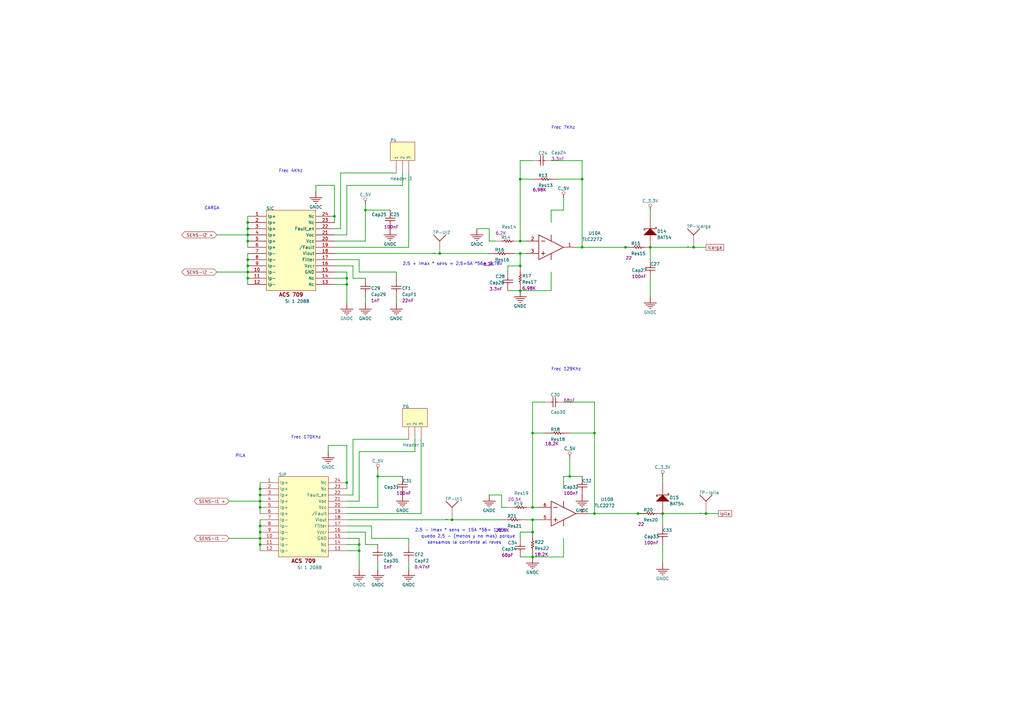
<source format=kicad_sch>
(kicad_sch (version 20211123) (generator eeschema)

  (uuid fdd9b8c1-ca5a-4144-a3f8-ed4ecb1d20c9)

  (paper "A3")

  (lib_symbols
    (symbol "sensor de corriente-altium-import:0_Cap" (in_bom yes) (on_board yes)
      (property "Reference" "" (id 0) (at 0 0 0)
        (effects (font (size 1.27 1.27)))
      )
      (property "Value" "0_Cap" (id 1) (at 0 0 0)
        (effects (font (size 1.27 1.27)))
      )
      (property "Footprint" "" (id 2) (at 0 0 0)
        (effects (font (size 1.27 1.27)) hide)
      )
      (property "Datasheet" "" (id 3) (at 0 0 0)
        (effects (font (size 1.27 1.27)) hide)
      )
      (property "ki_description" "THRU MULTICAPA 50V" (id 4) (at 0 0 0)
        (effects (font (size 1.27 1.27)) hide)
      )
      (property "ki_fp_filters" "RAD-0.1" (id 5) (at 0 0 0)
        (effects (font (size 1.27 1.27)) hide)
      )
      (symbol "0_Cap_1_0"
        (polyline
          (pts
            (xy 0 -2.54)
            (xy 0.762 -2.54)
          )
          (stroke (width 0.254) (type default) (color 0 0 0 0))
          (fill (type none))
        )
        (polyline
          (pts
            (xy 0.762 -4.572)
            (xy 0.762 -0.508)
          )
          (stroke (width 0.254) (type default) (color 0 0 0 0))
          (fill (type none))
        )
        (polyline
          (pts
            (xy 1.778 -0.508)
            (xy 1.778 -4.572)
          )
          (stroke (width 0.254) (type default) (color 0 0 0 0))
          (fill (type none))
        )
        (polyline
          (pts
            (xy 2.54 -2.54)
            (xy 1.778 -2.54)
          )
          (stroke (width 0.254) (type default) (color 0 0 0 0))
          (fill (type none))
        )
        (pin passive line (at -2.54 -2.54 0) (length 2.54)
          (name "1" (effects (font (size 0 0))))
          (number "1" (effects (font (size 0 0))))
        )
        (pin passive line (at 5.08 -2.54 180) (length 2.54)
          (name "2" (effects (font (size 0 0))))
          (number "2" (effects (font (size 0 0))))
        )
      )
    )
    (symbol "sensor de corriente-altium-import:0_Component_1" (in_bom yes) (on_board yes)
      (property "Reference" "" (id 0) (at 0 0 0)
        (effects (font (size 1.27 1.27)))
      )
      (property "Value" "0_Component_1" (id 1) (at 0 0 0)
        (effects (font (size 1.27 1.27)))
      )
      (property "Footprint" "" (id 2) (at 0 0 0)
        (effects (font (size 1.27 1.27)) hide)
      )
      (property "Datasheet" "" (id 3) (at 0 0 0)
        (effects (font (size 1.27 1.27)) hide)
      )
      (property "ki_fp_filters" "Sensor{space}Corriente{space}ACS{space}709" (id 4) (at 0 0 0)
        (effects (font (size 1.27 1.27)) hide)
      )
      (symbol "0_Component_1_1_0"
        (rectangle (start 33.02 2.54) (end 12.7 -30.48)
          (stroke (width 0) (type default) (color 0 0 0 0))
          (fill (type background))
        )
        (text "ACS 709" (at 17.78 -33.02 0)
          (effects (font (size 1.524 1.524) bold) (justify left bottom))
        )
        (pin passive line (at 5.08 0 0) (length 7.62)
          (name "Ip+" (effects (font (size 1.27 1.27))))
          (number "1" (effects (font (size 1.27 1.27))))
        )
        (pin passive line (at 5.08 -22.86 0) (length 7.62)
          (name "Ip-" (effects (font (size 1.27 1.27))))
          (number "10" (effects (font (size 1.27 1.27))))
        )
        (pin passive line (at 5.08 -25.4 0) (length 7.62)
          (name "Ip-" (effects (font (size 1.27 1.27))))
          (number "11" (effects (font (size 1.27 1.27))))
        )
        (pin passive line (at 5.08 -27.94 0) (length 7.62)
          (name "Ip-" (effects (font (size 1.27 1.27))))
          (number "12" (effects (font (size 1.27 1.27))))
        )
        (pin passive line (at 40.64 -27.94 180) (length 7.62)
          (name "Nc" (effects (font (size 1.27 1.27))))
          (number "13" (effects (font (size 1.27 1.27))))
        )
        (pin passive line (at 40.64 -25.4 180) (length 7.62)
          (name "Nc" (effects (font (size 1.27 1.27))))
          (number "14" (effects (font (size 1.27 1.27))))
        )
        (pin passive line (at 40.64 -22.86 180) (length 7.62)
          (name "GND" (effects (font (size 1.27 1.27))))
          (number "15" (effects (font (size 1.27 1.27))))
        )
        (pin passive line (at 40.64 -20.32 180) (length 7.62)
          (name "Vzcr" (effects (font (size 1.27 1.27))))
          (number "16" (effects (font (size 1.27 1.27))))
        )
        (pin passive line (at 40.64 -17.78 180) (length 7.62)
          (name "Filter" (effects (font (size 1.27 1.27))))
          (number "17" (effects (font (size 1.27 1.27))))
        )
        (pin passive line (at 40.64 -15.24 180) (length 7.62)
          (name "Viout" (effects (font (size 1.27 1.27))))
          (number "18" (effects (font (size 1.27 1.27))))
        )
        (pin passive line (at 40.64 -12.7 180) (length 7.62)
          (name "/Fault" (effects (font (size 1.27 1.27))))
          (number "19" (effects (font (size 1.27 1.27))))
        )
        (pin passive line (at 5.08 -2.54 0) (length 7.62)
          (name "Ip+" (effects (font (size 1.27 1.27))))
          (number "2" (effects (font (size 1.27 1.27))))
        )
        (pin passive line (at 40.64 -10.16 180) (length 7.62)
          (name "Vcc" (effects (font (size 1.27 1.27))))
          (number "20" (effects (font (size 1.27 1.27))))
        )
        (pin passive line (at 40.64 -7.62 180) (length 7.62)
          (name "Voc" (effects (font (size 1.27 1.27))))
          (number "21" (effects (font (size 1.27 1.27))))
        )
        (pin passive line (at 40.64 -5.08 180) (length 7.62)
          (name "Fault_en" (effects (font (size 1.27 1.27))))
          (number "22" (effects (font (size 1.27 1.27))))
        )
        (pin passive line (at 40.64 -2.54 180) (length 7.62)
          (name "Nc" (effects (font (size 1.27 1.27))))
          (number "23" (effects (font (size 1.27 1.27))))
        )
        (pin passive line (at 40.64 0 180) (length 7.62)
          (name "Nc" (effects (font (size 1.27 1.27))))
          (number "24" (effects (font (size 1.27 1.27))))
        )
        (pin passive line (at 5.08 -5.08 0) (length 7.62)
          (name "Ip+" (effects (font (size 1.27 1.27))))
          (number "3" (effects (font (size 1.27 1.27))))
        )
        (pin passive line (at 5.08 -7.62 0) (length 7.62)
          (name "Ip+" (effects (font (size 1.27 1.27))))
          (number "4" (effects (font (size 1.27 1.27))))
        )
        (pin passive line (at 5.08 -10.16 0) (length 7.62)
          (name "Ip+" (effects (font (size 1.27 1.27))))
          (number "5" (effects (font (size 1.27 1.27))))
        )
        (pin passive line (at 5.08 -12.7 0) (length 7.62)
          (name "Ip+" (effects (font (size 1.27 1.27))))
          (number "6" (effects (font (size 1.27 1.27))))
        )
        (pin passive line (at 5.08 -15.24 0) (length 7.62)
          (name "Ip-" (effects (font (size 1.27 1.27))))
          (number "7" (effects (font (size 1.27 1.27))))
        )
        (pin passive line (at 5.08 -17.78 0) (length 7.62)
          (name "Ip-" (effects (font (size 1.27 1.27))))
          (number "8" (effects (font (size 1.27 1.27))))
        )
        (pin passive line (at 5.08 -20.32 0) (length 7.62)
          (name "Ip-" (effects (font (size 1.27 1.27))))
          (number "9" (effects (font (size 1.27 1.27))))
        )
      )
    )
    (symbol "sensor de corriente-altium-import:0_Res1" (in_bom yes) (on_board yes)
      (property "Reference" "" (id 0) (at 0 0 0)
        (effects (font (size 1.27 1.27)))
      )
      (property "Value" "0_Res1" (id 1) (at 0 0 0)
        (effects (font (size 1.27 1.27)))
      )
      (property "Footprint" "" (id 2) (at 0 0 0)
        (effects (font (size 1.27 1.27)) hide)
      )
      (property "Datasheet" "" (id 3) (at 0 0 0)
        (effects (font (size 1.27 1.27)) hide)
      )
      (property "ki_description" "SMD 1206" (id 4) (at 0 0 0)
        (effects (font (size 1.27 1.27)) hide)
      )
      (property "ki_fp_filters" "8-1206" (id 5) (at 0 0 0)
        (effects (font (size 1.27 1.27)) hide)
      )
      (symbol "0_Res1_1_0"
        (polyline
          (pts
            (xy 5.08 -2.54)
            (xy 4.064 -2.54)
            (xy 3.81 -3.048)
            (xy 3.302 -2.032)
            (xy 2.794 -3.048)
            (xy 2.286 -2.032)
            (xy 1.778 -3.048)
            (xy 1.27 -2.032)
            (xy 1.016 -2.54)
            (xy 0 -2.54)
          )
          (stroke (width 0.254) (type default) (color 0 0 0 0))
          (fill (type none))
        )
        (pin passive line (at -2.54 -2.54 0) (length 2.54)
          (name "1" (effects (font (size 0 0))))
          (number "1" (effects (font (size 0 0))))
        )
        (pin passive line (at 7.62 -2.54 180) (length 2.54)
          (name "2" (effects (font (size 0 0))))
          (number "2" (effects (font (size 0 0))))
        )
      )
    )
    (symbol "sensor de corriente-altium-import:0_TLC27L2ACDR" (in_bom yes) (on_board yes)
      (property "Reference" "" (id 0) (at 0 0 0)
        (effects (font (size 1.27 1.27)))
      )
      (property "Value" "0_TLC27L2ACDR" (id 1) (at 0 0 0)
        (effects (font (size 1.27 1.27)))
      )
      (property "Footprint" "" (id 2) (at 0 0 0)
        (effects (font (size 1.27 1.27)) hide)
      )
      (property "Datasheet" "" (id 3) (at 0 0 0)
        (effects (font (size 1.27 1.27)) hide)
      )
      (property "ki_description" "LinCMOS Precision Dual Operational Amplifier" (id 4) (at 0 0 0)
        (effects (font (size 1.27 1.27)) hide)
      )
      (property "ki_fp_filters" "751-02_N" (id 5) (at 0 0 0)
        (effects (font (size 1.27 1.27)) hide)
      )
      (symbol "0_TLC27L2ACDR_-1_0"
        (pin power_in line (at 5.08 -15.24 90) (length 5.08)
          (name "GND" (effects (font (size 0 0))))
          (number "4" (effects (font (size 1.27 1.27))))
        )
        (pin power_in line (at 5.08 5.08 270) (length 5.08)
          (name "VDD" (effects (font (size 0 0))))
          (number "8" (effects (font (size 1.27 1.27))))
        )
      )
      (symbol "0_TLC27L2ACDR_1_0"
        (polyline
          (pts
            (xy 0 -10.16)
            (xy 10.16 -5.08)
          )
          (stroke (width 0.254) (type default) (color 0 0 0 0))
          (fill (type none))
        )
        (polyline
          (pts
            (xy 0 0)
            (xy 0 -10.16)
          )
          (stroke (width 0.254) (type default) (color 0 0 0 0))
          (fill (type none))
        )
        (polyline
          (pts
            (xy 0 0)
            (xy 10.16 -5.08)
          )
          (stroke (width 0.254) (type default) (color 0 0 0 0))
          (fill (type none))
        )
        (polyline
          (pts
            (xy 1.016 -7.62)
            (xy 2.54 -7.62)
          )
          (stroke (width 0.254) (type default) (color 0 0 0 0))
          (fill (type none))
        )
        (polyline
          (pts
            (xy 1.016 -2.54)
            (xy 2.54 -2.54)
          )
          (stroke (width 0.254) (type default) (color 0 0 0 0))
          (fill (type none))
        )
        (polyline
          (pts
            (xy 1.778 -6.858)
            (xy 1.778 -8.382)
          )
          (stroke (width 0.254) (type default) (color 0 0 0 0))
          (fill (type none))
        )
        (polyline
          (pts
            (xy 5.08 -7.62)
            (xy 5.08 -10.16)
          )
          (stroke (width 0.254) (type default) (color 0 0 0 0))
          (fill (type none))
        )
        (polyline
          (pts
            (xy 5.08 0)
            (xy 5.08 -2.54)
          )
          (stroke (width 0.254) (type default) (color 0 0 0 0))
          (fill (type none))
        )
        (pin output line (at 15.24 -5.08 180) (length 5.08)
          (name "OUT" (effects (font (size 0 0))))
          (number "1" (effects (font (size 1.27 1.27))))
        )
        (pin input line (at -5.08 -2.54 0) (length 5.08)
          (name "IN-" (effects (font (size 0 0))))
          (number "2" (effects (font (size 1.27 1.27))))
        )
        (pin input line (at -5.08 -7.62 0) (length 5.08)
          (name "IN+" (effects (font (size 0 0))))
          (number "3" (effects (font (size 1.27 1.27))))
        )
      )
      (symbol "0_TLC27L2ACDR_2_0"
        (polyline
          (pts
            (xy 0 -10.16)
            (xy 10.16 -5.08)
          )
          (stroke (width 0.254) (type default) (color 0 0 0 0))
          (fill (type none))
        )
        (polyline
          (pts
            (xy 0 0)
            (xy 0 -10.16)
          )
          (stroke (width 0.254) (type default) (color 0 0 0 0))
          (fill (type none))
        )
        (polyline
          (pts
            (xy 0 0)
            (xy 10.16 -5.08)
          )
          (stroke (width 0.254) (type default) (color 0 0 0 0))
          (fill (type none))
        )
        (polyline
          (pts
            (xy 1.016 -7.62)
            (xy 2.54 -7.62)
          )
          (stroke (width 0.254) (type default) (color 0 0 0 0))
          (fill (type none))
        )
        (polyline
          (pts
            (xy 1.016 -2.54)
            (xy 2.54 -2.54)
          )
          (stroke (width 0.254) (type default) (color 0 0 0 0))
          (fill (type none))
        )
        (polyline
          (pts
            (xy 1.778 -6.858)
            (xy 1.778 -8.382)
          )
          (stroke (width 0.254) (type default) (color 0 0 0 0))
          (fill (type none))
        )
        (polyline
          (pts
            (xy 5.08 -7.62)
            (xy 5.08 -10.16)
          )
          (stroke (width 0.254) (type default) (color 0 0 0 0))
          (fill (type none))
        )
        (polyline
          (pts
            (xy 5.08 0)
            (xy 5.08 -2.54)
          )
          (stroke (width 0.254) (type default) (color 0 0 0 0))
          (fill (type none))
        )
        (pin input line (at -5.08 -7.62 0) (length 5.08)
          (name "IN+" (effects (font (size 0 0))))
          (number "5" (effects (font (size 1.27 1.27))))
        )
        (pin input line (at -5.08 -2.54 0) (length 5.08)
          (name "IN-" (effects (font (size 0 0))))
          (number "6" (effects (font (size 1.27 1.27))))
        )
        (pin output line (at 15.24 -5.08 180) (length 5.08)
          (name "OUT" (effects (font (size 0 0))))
          (number "7" (effects (font (size 1.27 1.27))))
        )
      )
    )
    (symbol "sensor de corriente-altium-import:1_BAT54" (in_bom yes) (on_board yes)
      (property "Reference" "" (id 0) (at 0 0 0)
        (effects (font (size 1.27 1.27)))
      )
      (property "Value" "1_BAT54" (id 1) (at 0 0 0)
        (effects (font (size 1.27 1.27)))
      )
      (property "Footprint" "" (id 2) (at 0 0 0)
        (effects (font (size 1.27 1.27)) hide)
      )
      (property "Datasheet" "" (id 3) (at 0 0 0)
        (effects (font (size 1.27 1.27)) hide)
      )
      (property "ki_description" "Schottky Barrier Diode SMD" (id 4) (at 0 0 0)
        (effects (font (size 1.27 1.27)) hide)
      )
      (property "ki_fp_filters" "SOD123*" (id 5) (at 0 0 0)
        (effects (font (size 1.27 1.27)) hide)
      )
      (symbol "1_BAT54_1_0"
        (polyline
          (pts
            (xy 5.08 0)
            (xy 2.54 2.54)
            (xy 0 0)
            (xy 5.08 0)
          )
          (stroke (width 0.254) (type default) (color 0 0 0 0))
          (fill (type outline))
        )
        (polyline
          (pts
            (xy 4.572 3.048)
            (xy 5.08 3.048)
            (xy 5.08 2.54)
            (xy 0 2.54)
            (xy 0 2.032)
            (xy 0.508 2.032)
          )
          (stroke (width 0.254) (type default) (color 0 0 0 0))
          (fill (type none))
        )
        (pin passive line (at 2.54 -5.08 90) (length 5.08)
          (name "A" (effects (font (size 0 0))))
          (number "1" (effects (font (size 0 0))))
        )
        (pin passive line (at 2.54 7.62 270) (length 5.08)
          (name "K" (effects (font (size 0 0))))
          (number "2" (effects (font (size 0 0))))
        )
      )
    )
    (symbol "sensor de corriente-altium-import:1_Cap" (in_bom yes) (on_board yes)
      (property "Reference" "" (id 0) (at 0 0 0)
        (effects (font (size 1.27 1.27)))
      )
      (property "Value" "1_Cap" (id 1) (at 0 0 0)
        (effects (font (size 1.27 1.27)))
      )
      (property "Footprint" "" (id 2) (at 0 0 0)
        (effects (font (size 1.27 1.27)) hide)
      )
      (property "Datasheet" "" (id 3) (at 0 0 0)
        (effects (font (size 1.27 1.27)) hide)
      )
      (property "ki_description" "SMD MULTICAPA 50V" (id 4) (at 0 0 0)
        (effects (font (size 1.27 1.27)) hide)
      )
      (property "ki_fp_filters" "8-1206" (id 5) (at 0 0 0)
        (effects (font (size 1.27 1.27)) hide)
      )
      (symbol "1_Cap_1_0"
        (polyline
          (pts
            (xy 0.508 1.778)
            (xy 4.572 1.778)
          )
          (stroke (width 0.254) (type default) (color 0 0 0 0))
          (fill (type none))
        )
        (polyline
          (pts
            (xy 2.54 0)
            (xy 2.54 0.762)
          )
          (stroke (width 0.254) (type default) (color 0 0 0 0))
          (fill (type none))
        )
        (polyline
          (pts
            (xy 2.54 2.54)
            (xy 2.54 1.778)
          )
          (stroke (width 0.254) (type default) (color 0 0 0 0))
          (fill (type none))
        )
        (polyline
          (pts
            (xy 4.572 0.762)
            (xy 0.508 0.762)
          )
          (stroke (width 0.254) (type default) (color 0 0 0 0))
          (fill (type none))
        )
        (pin passive line (at 2.54 -2.54 90) (length 2.54)
          (name "1" (effects (font (size 0 0))))
          (number "1" (effects (font (size 0 0))))
        )
        (pin passive line (at 2.54 5.08 270) (length 2.54)
          (name "2" (effects (font (size 0 0))))
          (number "2" (effects (font (size 0 0))))
        )
      )
    )
    (symbol "sensor de corriente-altium-import:1_Header 3" (in_bom yes) (on_board yes)
      (property "Reference" "" (id 0) (at 0 0 0)
        (effects (font (size 1.27 1.27)))
      )
      (property "Value" "1_Header 3" (id 1) (at 0 0 0)
        (effects (font (size 1.27 1.27)))
      )
      (property "Footprint" "" (id 2) (at 0 0 0)
        (effects (font (size 1.27 1.27)) hide)
      )
      (property "Datasheet" "" (id 3) (at 0 0 0)
        (effects (font (size 1.27 1.27)) hide)
      )
      (property "ki_description" "Header, 3-Pin" (id 4) (at 0 0 0)
        (effects (font (size 1.27 1.27)) hide)
      )
      (property "ki_fp_filters" "HDR1X3*" (id 5) (at 0 0 0)
        (effects (font (size 1.27 1.27)) hide)
      )
      (symbol "1_Header 3_1_0"
        (rectangle (start 10.16 7.62) (end 0 0)
          (stroke (width 0) (type default) (color 0 0 0 0))
          (fill (type background))
        )
        (pin passive line (at 2.54 -5.08 90) (length 5.08)
          (name "1" (effects (font (size 1.27 1.27))))
          (number "1" (effects (font (size 0 0))))
        )
        (pin passive line (at 5.08 -5.08 90) (length 5.08)
          (name "2" (effects (font (size 1.27 1.27))))
          (number "2" (effects (font (size 0 0))))
        )
        (pin passive line (at 7.62 -5.08 90) (length 5.08)
          (name "3" (effects (font (size 1.27 1.27))))
          (number "3" (effects (font (size 0 0))))
        )
      )
    )
    (symbol "sensor de corriente-altium-import:3_Cap" (in_bom yes) (on_board yes)
      (property "Reference" "" (id 0) (at 0 0 0)
        (effects (font (size 1.27 1.27)))
      )
      (property "Value" "3_Cap" (id 1) (at 0 0 0)
        (effects (font (size 1.27 1.27)))
      )
      (property "Footprint" "" (id 2) (at 0 0 0)
        (effects (font (size 1.27 1.27)) hide)
      )
      (property "Datasheet" "" (id 3) (at 0 0 0)
        (effects (font (size 1.27 1.27)) hide)
      )
      (property "ki_description" "SMD MULTICAPA 50V" (id 4) (at 0 0 0)
        (effects (font (size 1.27 1.27)) hide)
      )
      (property "ki_fp_filters" "8-1206" (id 5) (at 0 0 0)
        (effects (font (size 1.27 1.27)) hide)
      )
      (symbol "3_Cap_1_0"
        (polyline
          (pts
            (xy -4.572 -0.762)
            (xy -0.508 -0.762)
          )
          (stroke (width 0.254) (type default) (color 0 0 0 0))
          (fill (type none))
        )
        (polyline
          (pts
            (xy -2.54 -2.54)
            (xy -2.54 -1.778)
          )
          (stroke (width 0.254) (type default) (color 0 0 0 0))
          (fill (type none))
        )
        (polyline
          (pts
            (xy -2.54 0)
            (xy -2.54 -0.762)
          )
          (stroke (width 0.254) (type default) (color 0 0 0 0))
          (fill (type none))
        )
        (polyline
          (pts
            (xy -0.508 -1.778)
            (xy -4.572 -1.778)
          )
          (stroke (width 0.254) (type default) (color 0 0 0 0))
          (fill (type none))
        )
        (pin passive line (at -2.54 2.54 270) (length 2.54)
          (name "1" (effects (font (size 0 0))))
          (number "1" (effects (font (size 0 0))))
        )
        (pin passive line (at -2.54 -5.08 90) (length 2.54)
          (name "2" (effects (font (size 0 0))))
          (number "2" (effects (font (size 0 0))))
        )
      )
    )
    (symbol "sensor de corriente-altium-import:3_Res1" (in_bom yes) (on_board yes)
      (property "Reference" "" (id 0) (at 0 0 0)
        (effects (font (size 1.27 1.27)))
      )
      (property "Value" "3_Res1" (id 1) (at 0 0 0)
        (effects (font (size 1.27 1.27)))
      )
      (property "Footprint" "" (id 2) (at 0 0 0)
        (effects (font (size 1.27 1.27)) hide)
      )
      (property "Datasheet" "" (id 3) (at 0 0 0)
        (effects (font (size 1.27 1.27)) hide)
      )
      (property "ki_description" "Resistor" (id 4) (at 0 0 0)
        (effects (font (size 1.27 1.27)) hide)
      )
      (property "ki_fp_filters" "AXIAL-0.4" (id 5) (at 0 0 0)
        (effects (font (size 1.27 1.27)) hide)
      )
      (symbol "3_Res1_1_0"
        (polyline
          (pts
            (xy -2.54 -5.08)
            (xy -2.54 -4.064)
            (xy -3.048 -3.81)
            (xy -2.032 -3.302)
            (xy -3.048 -2.794)
            (xy -2.032 -2.286)
            (xy -3.048 -1.778)
            (xy -2.032 -1.27)
            (xy -2.54 -1.016)
            (xy -2.54 0)
          )
          (stroke (width 0.254) (type default) (color 0 0 0 0))
          (fill (type none))
        )
        (pin passive line (at -2.54 2.54 270) (length 2.54)
          (name "1" (effects (font (size 0 0))))
          (number "1" (effects (font (size 0 0))))
        )
        (pin passive line (at -2.54 -7.62 90) (length 2.54)
          (name "2" (effects (font (size 0 0))))
          (number "2" (effects (font (size 0 0))))
        )
      )
    )
    (symbol "sensor de corriente-altium-import:3_Socket" (in_bom yes) (on_board yes)
      (property "Reference" "" (id 0) (at 0 0 0)
        (effects (font (size 1.27 1.27)))
      )
      (property "Value" "3_Socket" (id 1) (at 0 0 0)
        (effects (font (size 1.27 1.27)))
      )
      (property "Footprint" "" (id 2) (at 0 0 0)
        (effects (font (size 1.27 1.27)) hide)
      )
      (property "Datasheet" "" (id 3) (at 0 0 0)
        (effects (font (size 1.27 1.27)) hide)
      )
      (property "ki_description" "Socket" (id 4) (at 0 0 0)
        (effects (font (size 1.27 1.27)) hide)
      )
      (property "ki_fp_filters" "PIN1" (id 5) (at 0 0 0)
        (effects (font (size 1.27 1.27)) hide)
      )
      (symbol "3_Socket_1_0"
        (polyline
          (pts
            (xy -2.54 -2.54)
            (xy -5.08 0)
          )
          (stroke (width 0.254) (type default) (color 0 0 0 0))
          (fill (type none))
        )
        (polyline
          (pts
            (xy 0 0)
            (xy -2.54 -2.54)
          )
          (stroke (width 0.254) (type default) (color 0 0 0 0))
          (fill (type none))
        )
        (pin passive line (at -2.54 -7.62 90) (length 5.08)
          (name "1" (effects (font (size 0 0))))
          (number "1" (effects (font (size 0 0))))
        )
      )
    )
    (symbol "sensor de corriente-altium-import:C_3.3V" (power) (in_bom yes) (on_board yes)
      (property "Reference" "#PWR" (id 0) (at 0 0 0)
        (effects (font (size 1.27 1.27)))
      )
      (property "Value" "C_3.3V" (id 1) (at 0 3.81 0)
        (effects (font (size 1.27 1.27)))
      )
      (property "Footprint" "" (id 2) (at 0 0 0)
        (effects (font (size 1.27 1.27)) hide)
      )
      (property "Datasheet" "" (id 3) (at 0 0 0)
        (effects (font (size 1.27 1.27)) hide)
      )
      (property "ki_keywords" "power-flag" (id 4) (at 0 0 0)
        (effects (font (size 1.27 1.27)) hide)
      )
      (property "ki_description" "Power symbol creates a global label with name 'C_3.3V'" (id 5) (at 0 0 0)
        (effects (font (size 1.27 1.27)) hide)
      )
      (symbol "C_3.3V_0_0"
        (circle (center 0 -1.905) (radius 0.635)
          (stroke (width 0.127) (type default) (color 0 0 0 0))
          (fill (type none))
        )
        (polyline
          (pts
            (xy 0 0)
            (xy 0 -1.27)
          )
          (stroke (width 0.254) (type default) (color 0 0 0 0))
          (fill (type none))
        )
        (pin power_in line (at 0 0 0) (length 0) hide
          (name "C_3.3V" (effects (font (size 1.27 1.27))))
          (number "" (effects (font (size 1.27 1.27))))
        )
      )
    )
    (symbol "sensor de corriente-altium-import:C_5V" (power) (in_bom yes) (on_board yes)
      (property "Reference" "#PWR" (id 0) (at 0 0 0)
        (effects (font (size 1.27 1.27)))
      )
      (property "Value" "C_5V" (id 1) (at 0 3.81 0)
        (effects (font (size 1.27 1.27)))
      )
      (property "Footprint" "" (id 2) (at 0 0 0)
        (effects (font (size 1.27 1.27)) hide)
      )
      (property "Datasheet" "" (id 3) (at 0 0 0)
        (effects (font (size 1.27 1.27)) hide)
      )
      (property "ki_keywords" "power-flag" (id 4) (at 0 0 0)
        (effects (font (size 1.27 1.27)) hide)
      )
      (property "ki_description" "Power symbol creates a global label with name 'C_5V'" (id 5) (at 0 0 0)
        (effects (font (size 1.27 1.27)) hide)
      )
      (symbol "C_5V_0_0"
        (circle (center 0 -1.905) (radius 0.635)
          (stroke (width 0.127) (type default) (color 0 0 0 0))
          (fill (type none))
        )
        (polyline
          (pts
            (xy 0 0)
            (xy 0 -1.27)
          )
          (stroke (width 0.254) (type default) (color 0 0 0 0))
          (fill (type none))
        )
        (pin power_in line (at 0 0 0) (length 0) hide
          (name "C_5V" (effects (font (size 1.27 1.27))))
          (number "" (effects (font (size 1.27 1.27))))
        )
      )
    )
    (symbol "sensor de corriente-altium-import:GNDC" (power) (in_bom yes) (on_board yes)
      (property "Reference" "#PWR" (id 0) (at 0 0 0)
        (effects (font (size 1.27 1.27)))
      )
      (property "Value" "GNDC" (id 1) (at 0 6.35 0)
        (effects (font (size 1.27 1.27)))
      )
      (property "Footprint" "" (id 2) (at 0 0 0)
        (effects (font (size 1.27 1.27)) hide)
      )
      (property "Datasheet" "" (id 3) (at 0 0 0)
        (effects (font (size 1.27 1.27)) hide)
      )
      (property "ki_keywords" "power-flag" (id 4) (at 0 0 0)
        (effects (font (size 1.27 1.27)) hide)
      )
      (property "ki_description" "Power symbol creates a global label with name 'GNDC'" (id 5) (at 0 0 0)
        (effects (font (size 1.27 1.27)) hide)
      )
      (symbol "GNDC_0_0"
        (polyline
          (pts
            (xy -2.54 -2.54)
            (xy 2.54 -2.54)
          )
          (stroke (width 0.254) (type default) (color 0 0 0 0))
          (fill (type none))
        )
        (polyline
          (pts
            (xy -1.778 -3.302)
            (xy 1.778 -3.302)
          )
          (stroke (width 0.254) (type default) (color 0 0 0 0))
          (fill (type none))
        )
        (polyline
          (pts
            (xy -1.016 -4.064)
            (xy 1.016 -4.064)
          )
          (stroke (width 0.254) (type default) (color 0 0 0 0))
          (fill (type none))
        )
        (polyline
          (pts
            (xy -0.254 -4.826)
            (xy 0.254 -4.826)
          )
          (stroke (width 0.254) (type default) (color 0 0 0 0))
          (fill (type none))
        )
        (polyline
          (pts
            (xy 0 0)
            (xy 0 -2.54)
          )
          (stroke (width 0.254) (type default) (color 0 0 0 0))
          (fill (type none))
        )
        (pin power_in line (at 0 0 0) (length 0) hide
          (name "GNDC" (effects (font (size 1.27 1.27))))
          (number "" (effects (font (size 1.27 1.27))))
        )
      )
    )
  )

  (junction (at 218.44 208.1022) (diameter 0) (color 0 0 0 0)
    (uuid 056a6fb6-9094-4d06-a532-30dc64ac905c)
  )
  (junction (at 218.44 228.4222) (diameter 0) (color 0 0 0 0)
    (uuid 17d54891-3096-427e-98d0-b11d42079e83)
  )
  (junction (at 243.84 177.6222) (diameter 0) (color 0 0 0 0)
    (uuid 1b413644-c9e0-4174-9d16-d0b7172ee6cd)
  )
  (junction (at 101.6 98.8822) (diameter 0) (color 0 0 0 0)
    (uuid 1b577695-1e1a-41df-804c-f72352e41076)
  )
  (junction (at 213.36 119.2022) (diameter 0) (color 0 0 0 0)
    (uuid 2209ec29-1d3a-4de6-b1b5-6f0c6ff57636)
  )
  (junction (at 137.16 88.7222) (diameter 0) (color 0 0 0 0)
    (uuid 2824d2e1-f315-42fa-a72d-b88b06054261)
  )
  (junction (at 149.86 86.1822) (diameter 0) (color 0 0 0 0)
    (uuid 2cb3a635-74c4-4b2e-be67-0e126c4dc3f2)
  )
  (junction (at 142.24 116.6622) (diameter 0) (color 0 0 0 0)
    (uuid 312dc241-54dd-4c46-988d-22f457b080f2)
  )
  (junction (at 106.68 223.3422) (diameter 0) (color 0 0 0 0)
    (uuid 3443791f-9983-427c-9dd9-6af3ebb44232)
  )
  (junction (at 213.36 98.8822) (diameter 0) (color 0 0 0 0)
    (uuid 41a7733e-b0fb-42d6-9297-40e2ccd4eba7)
  )
  (junction (at 218.44 218.2622) (diameter 0) (color 0 0 0 0)
    (uuid 46baf008-94e2-4986-aea8-750f63a5823c)
  )
  (junction (at 154.94 195.4022) (diameter 0) (color 0 0 0 0)
    (uuid 4a1ccf25-d4f8-446d-9cab-7f3f7d1af153)
  )
  (junction (at 218.44 177.6222) (diameter 0) (color 0 0 0 0)
    (uuid 4fc5cdc5-fde3-4725-9fef-854f742610ec)
  )
  (junction (at 213.36 103.9622) (diameter 0) (color 0 0 0 0)
    (uuid 50353bc4-45e5-43e5-a38e-7e4eab59b855)
  )
  (junction (at 261.62 210.6422) (diameter 0) (color 0 0 0 0)
    (uuid 6006bf82-58bd-4d7a-a407-886482e69615)
  )
  (junction (at 106.68 215.7222) (diameter 0) (color 0 0 0 0)
    (uuid 6083ad33-5773-443c-a719-16be820bcf29)
  )
  (junction (at 106.68 205.5622) (diameter 0) (color 0 0 0 0)
    (uuid 626e897d-c2db-4209-af71-1fc18c443622)
  )
  (junction (at 101.6 93.8022) (diameter 0) (color 0 0 0 0)
    (uuid 688c1f16-fd32-4a4a-aabe-023ae4c26a31)
  )
  (junction (at 238.76 73.4822) (diameter 0) (color 0 0 0 0)
    (uuid 6d2f4c33-39bd-4b40-8845-360c53465a3f)
  )
  (junction (at 238.76 101.4222) (diameter 0) (color 0 0 0 0)
    (uuid 6e1be6e5-27c8-4d4b-8418-0db0abff371f)
  )
  (junction (at 213.36 109.0422) (diameter 0) (color 0 0 0 0)
    (uuid 71ddbbcc-0e1e-4a06-8f68-9e6f5258de0c)
  )
  (junction (at 106.68 208.1022) (diameter 0) (color 0 0 0 0)
    (uuid 733911b4-c2e5-4e4a-a20c-71f024132b79)
  )
  (junction (at 101.6 111.5822) (diameter 0) (color 0 0 0 0)
    (uuid 748ebd35-a5eb-46c5-8598-4419da753bd9)
  )
  (junction (at 271.78 210.6422) (diameter 0) (color 0 0 0 0)
    (uuid 79fc697f-bc50-46bb-a395-ff3ebfe796c6)
  )
  (junction (at 101.6 96.3422) (diameter 0) (color 0 0 0 0)
    (uuid 7fc1df12-65e8-4cd1-931e-3a51da9f3ee3)
  )
  (junction (at 185.42 213.1822) (diameter 0) (color 0 0 0 0)
    (uuid 83c267fa-d595-4ea1-9fed-adee5757e1d6)
  )
  (junction (at 243.84 210.6422) (diameter 0) (color 0 0 0 0)
    (uuid 8f9e0066-f4d0-48d3-be5e-065358cc7a89)
  )
  (junction (at 218.44 213.1822) (diameter 0) (color 0 0 0 0)
    (uuid 919db080-f827-4882-af9d-1d5225abbc61)
  )
  (junction (at 142.24 114.1222) (diameter 0) (color 0 0 0 0)
    (uuid 947c97e1-0a50-4971-87d6-eee3d5903418)
  )
  (junction (at 233.68 195.4022) (diameter 0) (color 0 0 0 0)
    (uuid 9e67dcf4-d430-4c72-b8bc-1451eb78b2d1)
  )
  (junction (at 101.6 91.2622) (diameter 0) (color 0 0 0 0)
    (uuid a05c0ce0-aa9a-4201-850c-485e31d7458f)
  )
  (junction (at 106.68 220.8022) (diameter 0) (color 0 0 0 0)
    (uuid aafa013d-ae19-465f-a122-45f301b36be1)
  )
  (junction (at 284.48 101.4222) (diameter 0) (color 0 0 0 0)
    (uuid b3bbda73-4124-427c-aee8-3531d82b89ea)
  )
  (junction (at 289.56 210.6422) (diameter 0) (color 0 0 0 0)
    (uuid b6e8a229-eb74-48ee-949f-f9ad7ee7a3d7)
  )
  (junction (at 106.68 218.2622) (diameter 0) (color 0 0 0 0)
    (uuid bacbbbb0-ea6c-48db-a4a9-31cc2b151e9a)
  )
  (junction (at 266.7 101.4222) (diameter 0) (color 0 0 0 0)
    (uuid c14f2404-a226-409b-8c33-b07ebba073dd)
  )
  (junction (at 213.36 73.4822) (diameter 0) (color 0 0 0 0)
    (uuid cc45435f-77f9-46b0-824a-064cdcfd78f7)
  )
  (junction (at 106.68 203.0222) (diameter 0) (color 0 0 0 0)
    (uuid d00b29f7-0fb4-413b-b33b-060ce04fa8dd)
  )
  (junction (at 106.68 200.4822) (diameter 0) (color 0 0 0 0)
    (uuid e07a2f98-7698-4a60-94b9-1d285d3ce737)
  )
  (junction (at 147.32 223.3422) (diameter 0) (color 0 0 0 0)
    (uuid e4454b83-fe03-4cb3-b4c1-e2ffbda94ec0)
  )
  (junction (at 142.24 197.9422) (diameter 0) (color 0 0 0 0)
    (uuid e46f434d-2560-4029-a51a-64082c05b715)
  )
  (junction (at 101.6 106.5022) (diameter 0) (color 0 0 0 0)
    (uuid e781fb51-99a9-4405-a6be-971a3f59c11d)
  )
  (junction (at 180.34 103.9622) (diameter 0) (color 0 0 0 0)
    (uuid f0d4e01f-c319-468f-9e66-f11f80587958)
  )
  (junction (at 147.32 225.8822) (diameter 0) (color 0 0 0 0)
    (uuid f963a888-1d4c-46ff-bb02-851e77a3c952)
  )
  (junction (at 101.6 114.1222) (diameter 0) (color 0 0 0 0)
    (uuid fb127054-0a0d-4ea6-b85c-d77c4fb717cd)
  )
  (junction (at 256.54 101.4222) (diameter 0) (color 0 0 0 0)
    (uuid fcb12c2e-d058-4af1-a9ee-231541b1d367)
  )
  (junction (at 101.6 109.0422) (diameter 0) (color 0 0 0 0)
    (uuid fdfc82fc-39dd-4537-87ff-301bfae80355)
  )

  (wire (pts (xy 139.7 93.8022) (xy 137.16 93.8022))
    (stroke (width 0.254) (type default) (color 0 0 0 0))
    (uuid 02d49de8-a23c-4d35-b982-b156d58751e4)
  )
  (wire (pts (xy 213.36 103.9622) (xy 215.9 103.9622))
    (stroke (width 0.254) (type default) (color 0 0 0 0))
    (uuid 0358677b-6226-4c59-8391-826b0c948dc5)
  )
  (wire (pts (xy 213.36 228.4222) (xy 218.44 228.4222))
    (stroke (width 0.254) (type default) (color 0 0 0 0))
    (uuid 06c8f2a7-adb3-45a0-9a56-4bcacfdf23c6)
  )
  (wire (pts (xy 238.76 101.4222) (xy 256.54 101.4222))
    (stroke (width 0.254) (type default) (color 0 0 0 0))
    (uuid 06f61eaa-d55a-4bb7-8c73-8a5d4facf299)
  )
  (wire (pts (xy 284.48 101.4222) (xy 289.56 101.4222))
    (stroke (width 0.254) (type default) (color 0 0 0 0))
    (uuid 077e00d9-058e-462e-a43e-99436356030f)
  )
  (wire (pts (xy 226.06 86.1822) (xy 231.14 86.1822))
    (stroke (width 0.254) (type default) (color 0 0 0 0))
    (uuid 07b22296-c61c-46f4-9157-0a0bced89d71)
  )
  (wire (pts (xy 134.62 182.7022) (xy 134.62 185.2422))
    (stroke (width 0.254) (type default) (color 0 0 0 0))
    (uuid 088ad4ed-068f-48c7-a0c5-9eecaf1e9ef1)
  )
  (wire (pts (xy 144.78 109.0422) (xy 144.78 114.1222))
    (stroke (width 0.254) (type default) (color 0 0 0 0))
    (uuid 0ebffcb3-96dc-4722-92b8-a115b734b966)
  )
  (wire (pts (xy 205.74 213.1822) (xy 185.42 213.1822))
    (stroke (width 0.254) (type default) (color 0 0 0 0))
    (uuid 0f167dc8-8530-4bbd-9141-0caecf179274)
  )
  (wire (pts (xy 261.62 210.6422) (xy 264.16 210.6422))
    (stroke (width 0.254) (type default) (color 0 0 0 0))
    (uuid 0fbb0de9-ea6e-4d87-8c60-f3eab7aa781c)
  )
  (wire (pts (xy 106.68 197.9422) (xy 106.68 200.4822))
    (stroke (width 0.254) (type default) (color 0 0 0 0))
    (uuid 1323ad0a-e2cb-430e-857d-259feed42d4a)
  )
  (wire (pts (xy 218.44 208.1022) (xy 220.98 208.1022))
    (stroke (width 0.254) (type default) (color 0 0 0 0))
    (uuid 15b50879-5e1f-48e4-bf8d-6afeb0bfd7f2)
  )
  (wire (pts (xy 271.78 197.9422) (xy 271.78 195.4022))
    (stroke (width 0.254) (type default) (color 0 0 0 0))
    (uuid 17b86281-a8e3-4af6-8d0d-09c61e2d4247)
  )
  (wire (pts (xy 147.32 225.8822) (xy 147.32 233.5022))
    (stroke (width 0.254) (type default) (color 0 0 0 0))
    (uuid 1b8684ca-ad8b-433b-ad8a-21d1186f2f0c)
  )
  (wire (pts (xy 223.52 164.9222) (xy 218.44 164.9222))
    (stroke (width 0.254) (type default) (color 0 0 0 0))
    (uuid 1f798360-29ab-4a7d-97f2-8eb2fd7f0d34)
  )
  (wire (pts (xy 142.24 225.8822) (xy 147.32 225.8822))
    (stroke (width 0.254) (type default) (color 0 0 0 0))
    (uuid 2075085d-900a-4206-b540-4befe8ce1540)
  )
  (wire (pts (xy 200.66 93.8022) (xy 195.58 93.8022))
    (stroke (width 0.254) (type default) (color 0 0 0 0))
    (uuid 20f3fbcb-3a0a-4487-aef6-8e7721f795dc)
  )
  (wire (pts (xy 266.7 106.5022) (xy 266.7 101.4222))
    (stroke (width 0.254) (type default) (color 0 0 0 0))
    (uuid 246f9c04-b532-41b7-aa38-142fed1c2ea2)
  )
  (wire (pts (xy 142.24 96.3422) (xy 142.24 76.0222))
    (stroke (width 0.254) (type default) (color 0 0 0 0))
    (uuid 24e412ca-c12e-4da5-af8d-a0e5ca1bd572)
  )
  (wire (pts (xy 208.28 119.2022) (xy 213.36 119.2022))
    (stroke (width 0.254) (type default) (color 0 0 0 0))
    (uuid 25fe3497-25c2-4972-8e30-d466995b890d)
  )
  (wire (pts (xy 226.06 119.2022) (xy 226.06 111.5822))
    (stroke (width 0.254) (type default) (color 0 0 0 0))
    (uuid 2754f043-5635-4476-8b6d-f29f770010d9)
  )
  (wire (pts (xy 101.6 91.2622) (xy 101.6 93.8022))
    (stroke (width 0.254) (type default) (color 0 0 0 0))
    (uuid 2a000cf7-5c2a-47ff-ac5f-d81f4adae291)
  )
  (wire (pts (xy 210.82 103.9622) (xy 213.36 103.9622))
    (stroke (width 0.254) (type default) (color 0 0 0 0))
    (uuid 2a248eab-be7c-4e13-b730-16e1efa53a5c)
  )
  (wire (pts (xy 167.64 230.9622) (xy 167.64 233.5022))
    (stroke (width 0.254) (type default) (color 0 0 0 0))
    (uuid 2a9a669e-6bdd-4a43-af27-a4de46c5d72d)
  )
  (wire (pts (xy 137.16 91.2622) (xy 137.16 88.7222))
    (stroke (width 0.254) (type default) (color 0 0 0 0))
    (uuid 2bc24403-dea9-4fb4-83d3-932d0293f41f)
  )
  (wire (pts (xy 106.68 223.3422) (xy 106.68 225.8822))
    (stroke (width 0.254) (type default) (color 0 0 0 0))
    (uuid 2bdbe7f9-919d-46f4-8025-c1339ae97e11)
  )
  (wire (pts (xy 101.6 111.5822) (xy 101.6 114.1222))
    (stroke (width 0.254) (type default) (color 0 0 0 0))
    (uuid 2fc2223e-0bbb-46d4-be1b-f88ee718b7b9)
  )
  (wire (pts (xy 243.84 164.9222) (xy 243.84 177.6222))
    (stroke (width 0.254) (type default) (color 0 0 0 0))
    (uuid 30d9d58d-2346-41c0-8c22-c9de6fb52815)
  )
  (wire (pts (xy 218.44 218.2622) (xy 218.44 213.1822))
    (stroke (width 0.254) (type default) (color 0 0 0 0))
    (uuid 32683bcb-7667-4031-a157-2c8b4609ed92)
  )
  (wire (pts (xy 165.1 76.0222) (xy 165.1 70.9422))
    (stroke (width 0.254) (type default) (color 0 0 0 0))
    (uuid 338e8c77-0f98-42d9-9606-ec242ccf62c1)
  )
  (wire (pts (xy 142.24 197.9422) (xy 142.24 182.7022))
    (stroke (width 0.254) (type default) (color 0 0 0 0))
    (uuid 370048fd-3630-462a-9079-56cfabefa631)
  )
  (wire (pts (xy 231.14 164.9222) (xy 243.84 164.9222))
    (stroke (width 0.254) (type default) (color 0 0 0 0))
    (uuid 38e04ca4-052f-497e-ab7a-ee6f5dc8905c)
  )
  (wire (pts (xy 154.94 195.4022) (xy 165.1 195.4022))
    (stroke (width 0.254) (type default) (color 0 0 0 0))
    (uuid 395b9371-bc6b-4419-b201-e958f74993b5)
  )
  (wire (pts (xy 162.56 70.9422) (xy 139.7 70.9422))
    (stroke (width 0.254) (type default) (color 0 0 0 0))
    (uuid 396efa76-8585-4a15-8faf-bdb37abee206)
  )
  (wire (pts (xy 147.32 220.8022) (xy 147.32 223.3422))
    (stroke (width 0.254) (type default) (color 0 0 0 0))
    (uuid 3c1f19a7-6b5d-43aa-8eaa-b02fe297a091)
  )
  (wire (pts (xy 106.68 213.1822) (xy 106.68 215.7222))
    (stroke (width 0.254) (type default) (color 0 0 0 0))
    (uuid 3d10034f-0f1d-4ec6-9819-07fbcfc986d4)
  )
  (wire (pts (xy 231.14 86.1822) (xy 231.14 81.1022))
    (stroke (width 0.254) (type default) (color 0 0 0 0))
    (uuid 40529c01-c47b-486b-a754-61591c39f3ca)
  )
  (wire (pts (xy 243.84 177.6222) (xy 243.84 210.6422))
    (stroke (width 0.254) (type default) (color 0 0 0 0))
    (uuid 40536fd2-3bfd-4389-9c80-d0f9992c799c)
  )
  (wire (pts (xy 144.78 180.1622) (xy 144.78 203.0222))
    (stroke (width 0.254) (type default) (color 0 0 0 0))
    (uuid 41920cd9-afbc-4ad7-8514-dac67dc83462)
  )
  (wire (pts (xy 185.42 213.1822) (xy 142.24 213.1822))
    (stroke (width 0.254) (type default) (color 0 0 0 0))
    (uuid 41a03b10-ddf5-474b-bfeb-50401dbedf09)
  )
  (wire (pts (xy 218.44 228.4222) (xy 231.14 228.4222))
    (stroke (width 0.254) (type default) (color 0 0 0 0))
    (uuid 428cf8a6-e53e-4840-a774-11c1051bd8ee)
  )
  (wire (pts (xy 238.76 73.4822) (xy 238.76 101.4222))
    (stroke (width 0.254) (type default) (color 0 0 0 0))
    (uuid 4477ba11-3369-40dc-8ae9-292dc3c823ab)
  )
  (wire (pts (xy 218.44 213.1822) (xy 220.98 213.1822))
    (stroke (width 0.254) (type default) (color 0 0 0 0))
    (uuid 45bf18d4-0659-4f61-ab6f-12936a0081e2)
  )
  (wire (pts (xy 101.6 98.8822) (xy 101.6 101.4222))
    (stroke (width 0.254) (type default) (color 0 0 0 0))
    (uuid 45cabd88-2f85-4d0e-9f8f-4b0080c5069f)
  )
  (wire (pts (xy 152.4 220.8022) (xy 167.64 220.8022))
    (stroke (width 0.254) (type default) (color 0 0 0 0))
    (uuid 465a9f55-5ec7-47e0-9abf-5330d201340f)
  )
  (wire (pts (xy 147.32 185.2422) (xy 170.18 185.2422))
    (stroke (width 0.254) (type default) (color 0 0 0 0))
    (uuid 49b33e9b-1a58-4dc2-9501-ef74911efec1)
  )
  (wire (pts (xy 142.24 205.5622) (xy 147.32 205.5622))
    (stroke (width 0.254) (type default) (color 0 0 0 0))
    (uuid 4e624b37-603e-4bd1-8dc9-1530c5d424a2)
  )
  (wire (pts (xy 142.24 182.7022) (xy 134.62 182.7022))
    (stroke (width 0.254) (type default) (color 0 0 0 0))
    (uuid 4ed311a7-7439-4d69-9f96-391d15252ee7)
  )
  (wire (pts (xy 170.18 185.2422) (xy 170.18 180.1622))
    (stroke (width 0.254) (type default) (color 0 0 0 0))
    (uuid 508dc352-a67f-4efd-b126-47368c1b0385)
  )
  (wire (pts (xy 266.7 121.7422) (xy 266.7 114.1222))
    (stroke (width 0.254) (type default) (color 0 0 0 0))
    (uuid 5186ba0b-6a09-43a9-a734-5d040b57a78b)
  )
  (wire (pts (xy 213.36 220.8022) (xy 213.36 218.2622))
    (stroke (width 0.254) (type default) (color 0 0 0 0))
    (uuid 51a51e91-ae1f-49a4-8ea3-d7b2167130c6)
  )
  (wire (pts (xy 223.52 177.6222) (xy 218.44 177.6222))
    (stroke (width 0.254) (type default) (color 0 0 0 0))
    (uuid 52866465-6977-4863-9f7d-f06b9e9feea0)
  )
  (wire (pts (xy 149.86 218.2622) (xy 149.86 223.3422))
    (stroke (width 0.254) (type default) (color 0 0 0 0))
    (uuid 54c579a2-3e8d-4d33-af90-a101c5264e4e)
  )
  (wire (pts (xy 106.68 220.8022) (xy 93.98 220.8022))
    (stroke (width 0.254) (type default) (color 0 0 0 0))
    (uuid 561571e3-111b-452e-8899-76d5e22813e6)
  )
  (wire (pts (xy 226.06 91.2622) (xy 226.06 86.1822))
    (stroke (width 0.254) (type default) (color 0 0 0 0))
    (uuid 56b477fb-f247-4aad-b3cd-7029eb3e4de9)
  )
  (wire (pts (xy 256.54 101.4222) (xy 259.08 101.4222))
    (stroke (width 0.254) (type default) (color 0 0 0 0))
    (uuid 5ea720a8-01e7-4365-8d65-81a54db9e97e)
  )
  (wire (pts (xy 213.36 73.4822) (xy 213.36 65.8622))
    (stroke (width 0.254) (type default) (color 0 0 0 0))
    (uuid 5ff7e4fe-2e3b-407e-9cca-24fa0fb1499c)
  )
  (wire (pts (xy 271.78 210.6422) (xy 289.56 210.6422))
    (stroke (width 0.254) (type default) (color 0 0 0 0))
    (uuid 60f938e2-0e32-4489-8030-90e01a8a0934)
  )
  (wire (pts (xy 205.74 208.1022) (xy 205.74 203.0222))
    (stroke (width 0.254) (type default) (color 0 0 0 0))
    (uuid 6221fab5-8e8d-442f-80e5-8cea1104969d)
  )
  (wire (pts (xy 142.24 200.4822) (xy 142.24 197.9422))
    (stroke (width 0.254) (type default) (color 0 0 0 0))
    (uuid 62a116bf-591d-472d-921f-c4af005862c8)
  )
  (wire (pts (xy 101.6 93.8022) (xy 101.6 96.3422))
    (stroke (width 0.254) (type default) (color 0 0 0 0))
    (uuid 62aa61b9-dd02-4d23-9b28-9fbb2c1e0d55)
  )
  (wire (pts (xy 142.24 210.6422) (xy 172.72 210.6422))
    (stroke (width 0.254) (type default) (color 0 0 0 0))
    (uuid 66c0fd8c-5d79-4eee-a460-eb60634c1e00)
  )
  (wire (pts (xy 213.36 65.8622) (xy 218.44 65.8622))
    (stroke (width 0.254) (type default) (color 0 0 0 0))
    (uuid 67495933-42d8-45ff-8050-503cb7f1ebcb)
  )
  (wire (pts (xy 106.68 203.0222) (xy 106.68 205.5622))
    (stroke (width 0.254) (type default) (color 0 0 0 0))
    (uuid 6807e08f-fee6-4865-bf3a-543eb8184446)
  )
  (wire (pts (xy 142.24 215.7222) (xy 152.4 215.7222))
    (stroke (width 0.254) (type default) (color 0 0 0 0))
    (uuid 6ac4b927-cc42-4664-b932-a82c2643987d)
  )
  (wire (pts (xy 137.16 106.5022) (xy 147.32 106.5022))
    (stroke (width 0.254) (type default) (color 0 0 0 0))
    (uuid 6d6c2573-0dd3-494d-96b0-0075265bf120)
  )
  (wire (pts (xy 238.76 65.8622) (xy 238.76 73.4822))
    (stroke (width 0.254) (type default) (color 0 0 0 0))
    (uuid 6dc507b4-9014-4d9b-89b7-bc823888420a)
  )
  (wire (pts (xy 213.36 109.0422) (xy 213.36 103.9622))
    (stroke (width 0.254) (type default) (color 0 0 0 0))
    (uuid 73f2a105-4495-415d-a07d-6ae6e8fe0caf)
  )
  (wire (pts (xy 149.86 223.3422) (xy 154.94 223.3422))
    (stroke (width 0.254) (type default) (color 0 0 0 0))
    (uuid 7554637e-3e84-4487-9b88-bc9dbccb76fd)
  )
  (wire (pts (xy 142.24 218.2622) (xy 149.86 218.2622))
    (stroke (width 0.254) (type default) (color 0 0 0 0))
    (uuid 7a036c8b-424e-4cd3-9042-9dd09fe44aa6)
  )
  (wire (pts (xy 144.78 203.0222) (xy 142.24 203.0222))
    (stroke (width 0.254) (type default) (color 0 0 0 0))
    (uuid 7a0e24d0-a2f7-489c-b7d8-8d7d4a80cd2a)
  )
  (wire (pts (xy 208.28 111.5822) (xy 208.28 109.0422))
    (stroke (width 0.254) (type default) (color 0 0 0 0))
    (uuid 7f5c6fa0-42db-406a-8b45-d2bbeff6fc01)
  )
  (wire (pts (xy 147.32 111.5822) (xy 162.56 111.5822))
    (stroke (width 0.254) (type default) (color 0 0 0 0))
    (uuid 8068b9a9-6cbc-456a-9f65-93201c8168e9)
  )
  (wire (pts (xy 200.66 98.8822) (xy 200.66 93.8022))
    (stroke (width 0.254) (type default) (color 0 0 0 0))
    (uuid 8107b161-1d15-4f65-98ef-02f1069aa611)
  )
  (wire (pts (xy 154.94 192.8622) (xy 154.94 195.4022))
    (stroke (width 0.254) (type default) (color 0 0 0 0))
    (uuid 819c3b3a-a222-4a9d-b008-1fd77ba3bc12)
  )
  (wire (pts (xy 218.44 177.6222) (xy 218.44 208.1022))
    (stroke (width 0.254) (type default) (color 0 0 0 0))
    (uuid 829a6a59-882d-4796-8825-a3cd9739a0d2)
  )
  (wire (pts (xy 226.06 65.8622) (xy 238.76 65.8622))
    (stroke (width 0.254) (type default) (color 0 0 0 0))
    (uuid 83872a43-9e32-4e25-a5fc-784cf66a4d12)
  )
  (wire (pts (xy 208.28 109.0422) (xy 213.36 109.0422))
    (stroke (width 0.254) (type default) (color 0 0 0 0))
    (uuid 858f8c80-4fac-41d1-aebf-0ca0ca123e46)
  )
  (wire (pts (xy 137.16 101.4222) (xy 167.64 101.4222))
    (stroke (width 0.254) (type default) (color 0 0 0 0))
    (uuid 8a4d16a4-dd0c-406d-9d0a-a7e758765efc)
  )
  (wire (pts (xy 218.44 73.4822) (xy 213.36 73.4822))
    (stroke (width 0.254) (type default) (color 0 0 0 0))
    (uuid 8d455080-feef-41b0-ad9a-99680e8c7efb)
  )
  (wire (pts (xy 162.56 111.5822) (xy 162.56 114.1222))
    (stroke (width 0.254) (type default) (color 0 0 0 0))
    (uuid 8d7ba001-5c26-408e-a41a-57631aac5419)
  )
  (wire (pts (xy 231.14 200.4822) (xy 231.14 195.4022))
    (stroke (width 0.254) (type default) (color 0 0 0 0))
    (uuid 8db84cbd-e3dd-407e-9047-68eeda4ace2a)
  )
  (wire (pts (xy 101.6 114.1222) (xy 101.6 116.6622))
    (stroke (width 0.254) (type default) (color 0 0 0 0))
    (uuid 8f54e3f9-0bb9-4915-934a-0ea15b31fe38)
  )
  (wire (pts (xy 213.36 218.2622) (xy 218.44 218.2622))
    (stroke (width 0.254) (type default) (color 0 0 0 0))
    (uuid 9337a8a3-3960-468f-97ca-f1b49dd10e7b)
  )
  (wire (pts (xy 101.6 109.0422) (xy 101.6 111.5822))
    (stroke (width 0.254) (type default) (color 0 0 0 0))
    (uuid 9405d795-ea1a-466e-94cf-756b47f3110c)
  )
  (wire (pts (xy 142.24 116.6622) (xy 142.24 124.2822))
    (stroke (width 0.254) (type default) (color 0 0 0 0))
    (uuid 94e6b017-799a-49fb-be64-a36c3c8e6d5b)
  )
  (wire (pts (xy 142.24 76.0222) (xy 165.1 76.0222))
    (stroke (width 0.254) (type default) (color 0 0 0 0))
    (uuid 95053efe-63df-40a6-b2a1-9d23c9cb6c02)
  )
  (wire (pts (xy 137.16 116.6622) (xy 142.24 116.6622))
    (stroke (width 0.254) (type default) (color 0 0 0 0))
    (uuid 95eb90f5-c97b-4f11-8d26-a2ef667aeba5)
  )
  (wire (pts (xy 203.2 98.8822) (xy 200.66 98.8822))
    (stroke (width 0.254) (type default) (color 0 0 0 0))
    (uuid 961535e6-61e0-437f-bf9a-44316c3878f4)
  )
  (wire (pts (xy 172.72 210.6422) (xy 172.72 180.1622))
    (stroke (width 0.254) (type default) (color 0 0 0 0))
    (uuid 9b54e9c7-a54c-41a1-aec8-240b343a1686)
  )
  (wire (pts (xy 162.56 121.7422) (xy 162.56 124.2822))
    (stroke (width 0.254) (type default) (color 0 0 0 0))
    (uuid 9c549cdd-3408-4213-a085-a508f3d2b679)
  )
  (wire (pts (xy 142.24 114.1222) (xy 142.24 116.6622))
    (stroke (width 0.254) (type default) (color 0 0 0 0))
    (uuid a23a4db8-c2a3-4bde-b2f6-97474b970bd2)
  )
  (wire (pts (xy 142.24 208.1022) (xy 154.94 208.1022))
    (stroke (width 0.254) (type default) (color 0 0 0 0))
    (uuid a3145c32-ef93-4c83-9720-4c476eaa526c)
  )
  (wire (pts (xy 266.7 101.4222) (xy 284.48 101.4222))
    (stroke (width 0.254) (type default) (color 0 0 0 0))
    (uuid a5ba688a-1709-439c-b51a-0331d51d224c)
  )
  (wire (pts (xy 213.36 98.8822) (xy 213.36 73.4822))
    (stroke (width 0.254) (type default) (color 0 0 0 0))
    (uuid a7a8a6a0-7dc2-460f-b055-7a670fc86978)
  )
  (wire (pts (xy 106.68 208.1022) (xy 106.68 210.6422))
    (stroke (width 0.254) (type default) (color 0 0 0 0))
    (uuid a7ff1c86-f55f-4dc5-8c10-cb2777e11aa0)
  )
  (wire (pts (xy 142.24 223.3422) (xy 147.32 223.3422))
    (stroke (width 0.254) (type default) (color 0 0 0 0))
    (uuid a8669938-34c6-4c33-bda5-8173eb05bf41)
  )
  (wire (pts (xy 289.56 210.6422) (xy 294.64 210.6422))
    (stroke (width 0.254) (type default) (color 0 0 0 0))
    (uuid ab02b01b-a265-4b36-91e4-46bb432f4708)
  )
  (wire (pts (xy 147.32 223.3422) (xy 147.32 225.8822))
    (stroke (width 0.254) (type default) (color 0 0 0 0))
    (uuid ad25d2aa-48c1-4423-bace-81cdef32b279)
  )
  (wire (pts (xy 142.24 220.8022) (xy 147.32 220.8022))
    (stroke (width 0.254) (type default) (color 0 0 0 0))
    (uuid af66ad85-8a1f-4cae-b59a-92dc47753e1a)
  )
  (wire (pts (xy 233.68 195.4022) (xy 238.76 195.4022))
    (stroke (width 0.254) (type default) (color 0 0 0 0))
    (uuid af8dfb21-0c51-4f04-a8f5-5bcec7f6d4e2)
  )
  (wire (pts (xy 144.78 114.1222) (xy 149.86 114.1222))
    (stroke (width 0.254) (type default) (color 0 0 0 0))
    (uuid afc4c34a-d77f-4d6f-a84d-47e31840dbd7)
  )
  (wire (pts (xy 266.7 88.7222) (xy 266.7 86.1822))
    (stroke (width 0.254) (type default) (color 0 0 0 0))
    (uuid b131f882-05d1-44cd-8c8e-befdb58e18ea)
  )
  (wire (pts (xy 218.44 164.9222) (xy 218.44 177.6222))
    (stroke (width 0.254) (type default) (color 0 0 0 0))
    (uuid b3ad717e-524e-4bc3-a9cc-03441ccbf85f)
  )
  (wire (pts (xy 101.6 103.9622) (xy 101.6 106.5022))
    (stroke (width 0.254) (type default) (color 0 0 0 0))
    (uuid b3d62ef7-a51a-4d49-bf5c-8a06073fbf0f)
  )
  (wire (pts (xy 139.7 70.9422) (xy 139.7 93.8022))
    (stroke (width 0.254) (type default) (color 0 0 0 0))
    (uuid b4317efd-0fc3-40c2-b15b-9a6dbee3a2ab)
  )
  (wire (pts (xy 106.68 205.5622) (xy 93.98 205.5622))
    (stroke (width 0.254) (type default) (color 0 0 0 0))
    (uuid b5ba7901-a64c-40e2-a060-57d1cd0b8fc4)
  )
  (wire (pts (xy 231.14 195.4022) (xy 233.68 195.4022))
    (stroke (width 0.254) (type default) (color 0 0 0 0))
    (uuid b6db3886-3ffc-4c4b-840d-1ec30d43dd46)
  )
  (wire (pts (xy 154.94 230.9622) (xy 154.94 233.5022))
    (stroke (width 0.254) (type default) (color 0 0 0 0))
    (uuid b8a3da2f-9153-4ff3-ad05-de6ea6a7c943)
  )
  (wire (pts (xy 243.84 210.6422) (xy 261.62 210.6422))
    (stroke (width 0.254) (type default) (color 0 0 0 0))
    (uuid b9831394-8f54-4408-82d5-5e9e4a568a4f)
  )
  (wire (pts (xy 106.68 220.8022) (xy 106.68 223.3422))
    (stroke (width 0.254) (type default) (color 0 0 0 0))
    (uuid b9e2b246-9af7-484a-8607-891967256a77)
  )
  (wire (pts (xy 129.54 76.0222) (xy 129.54 78.5622))
    (stroke (width 0.254) (type default) (color 0 0 0 0))
    (uuid bcb322bb-e094-475b-8883-9d4fbf7398d8)
  )
  (wire (pts (xy 101.6 106.5022) (xy 101.6 109.0422))
    (stroke (width 0.254) (type default) (color 0 0 0 0))
    (uuid be64b112-b8d8-467c-b9e1-c001e327e6cb)
  )
  (wire (pts (xy 167.64 220.8022) (xy 167.64 223.3422))
    (stroke (width 0.254) (type default) (color 0 0 0 0))
    (uuid c30b6450-d754-41d9-bf12-f94956a8e29d)
  )
  (wire (pts (xy 167.64 180.1622) (xy 144.78 180.1622))
    (stroke (width 0.254) (type default) (color 0 0 0 0))
    (uuid c386be1e-d649-478c-b868-3bbebb14b850)
  )
  (wire (pts (xy 215.9 98.8822) (xy 213.36 98.8822))
    (stroke (width 0.254) (type default) (color 0 0 0 0))
    (uuid c4125c7e-1993-4a7b-9e3d-4360f6a1f2dd)
  )
  (wire (pts (xy 101.6 96.3422) (xy 101.6 98.8822))
    (stroke (width 0.254) (type default) (color 0 0 0 0))
    (uuid c50c37da-3163-4b68-8711-3c51c43f0c8f)
  )
  (wire (pts (xy 200.66 103.9622) (xy 180.34 103.9622))
    (stroke (width 0.254) (type default) (color 0 0 0 0))
    (uuid c5328628-82cf-435b-a93e-8a4d990ebf6b)
  )
  (wire (pts (xy 101.6 111.5822) (xy 88.9 111.5822))
    (stroke (width 0.254) (type default) (color 0 0 0 0))
    (uuid c65ff33d-75d7-4fc4-977d-2b53a3a9d19b)
  )
  (wire (pts (xy 137.16 109.0422) (xy 144.78 109.0422))
    (stroke (width 0.254) (type default) (color 0 0 0 0))
    (uuid c6a61178-92da-4c67-b932-78b940fc0a76)
  )
  (wire (pts (xy 236.22 101.4222) (xy 238.76 101.4222))
    (stroke (width 0.254) (type default) (color 0 0 0 0))
    (uuid c982b837-9758-40b1-91d0-4bf997d7ecad)
  )
  (wire (pts (xy 152.4 215.7222) (xy 152.4 220.8022))
    (stroke (width 0.254) (type default) (color 0 0 0 0))
    (uuid ca7a3b41-9e11-4261-9f1f-94168f9fda83)
  )
  (wire (pts (xy 271.78 230.9622) (xy 271.78 223.3422))
    (stroke (width 0.254) (type default) (color 0 0 0 0))
    (uuid cb21c578-88cb-4dd0-a389-d1c1aa6c6336)
  )
  (wire (pts (xy 142.24 111.5822) (xy 142.24 114.1222))
    (stroke (width 0.254) (type default) (color 0 0 0 0))
    (uuid cb4e33ac-c62b-4dbe-a6c0-a4cb0add1731)
  )
  (wire (pts (xy 241.3 210.6422) (xy 243.84 210.6422))
    (stroke (width 0.254) (type default) (color 0 0 0 0))
    (uuid cc980198-41d2-4880-8acc-971d6acda530)
  )
  (wire (pts (xy 106.68 218.2622) (xy 106.68 220.8022))
    (stroke (width 0.254) (type default) (color 0 0 0 0))
    (uuid cd1fa551-342a-4627-b2ce-1498dca5cca1)
  )
  (wire (pts (xy 137.16 111.5822) (xy 142.24 111.5822))
    (stroke (width 0.254) (type default) (color 0 0 0 0))
    (uuid d06d8918-a6c6-4de2-9ef5-cb5d6ede14a0)
  )
  (wire (pts (xy 106.68 200.4822) (xy 106.68 203.0222))
    (stroke (width 0.254) (type default) (color 0 0 0 0))
    (uuid d0877e45-900f-4ce4-9d20-e9066b922238)
  )
  (wire (pts (xy 213.36 119.2022) (xy 226.06 119.2022))
    (stroke (width 0.254) (type default) (color 0 0 0 0))
    (uuid d0fbffee-70c6-40ce-a7c6-802e5b757b9b)
  )
  (wire (pts (xy 233.68 177.6222) (xy 243.84 177.6222))
    (stroke (width 0.254) (type default) (color 0 0 0 0))
    (uuid d21c9948-a358-4fa6-a433-e850274c37d1)
  )
  (wire (pts (xy 167.64 101.4222) (xy 167.64 70.9422))
    (stroke (width 0.254) (type default) (color 0 0 0 0))
    (uuid d4e52d22-abeb-4f79-9e8f-f4427f090bdd)
  )
  (wire (pts (xy 137.16 76.0222) (xy 129.54 76.0222))
    (stroke (width 0.254) (type default) (color 0 0 0 0))
    (uuid d59aeb3d-ca0a-4d99-91f9-020fd7c36987)
  )
  (wire (pts (xy 147.32 106.5022) (xy 147.32 111.5822))
    (stroke (width 0.254) (type default) (color 0 0 0 0))
    (uuid d59c95b1-e468-4694-9f28-e782907428b5)
  )
  (wire (pts (xy 149.86 86.1822) (xy 160.02 86.1822))
    (stroke (width 0.254) (type default) (color 0 0 0 0))
    (uuid d5bcc428-32c4-4312-b126-7e5520f24d08)
  )
  (wire (pts (xy 101.6 88.7222) (xy 101.6 91.2622))
    (stroke (width 0.254) (type default) (color 0 0 0 0))
    (uuid d7828c1b-5348-49e1-8e01-ac52d3cc786e)
  )
  (wire (pts (xy 228.6 73.4822) (xy 238.76 73.4822))
    (stroke (width 0.254) (type default) (color 0 0 0 0))
    (uuid d9030d80-1d0a-4cf0-a5f2-dd6700cef115)
  )
  (wire (pts (xy 101.6 96.3422) (xy 88.9 96.3422))
    (stroke (width 0.254) (type default) (color 0 0 0 0))
    (uuid d993b3d3-43d5-4a56-9652-3a04f478534e)
  )
  (wire (pts (xy 137.16 96.3422) (xy 142.24 96.3422))
    (stroke (width 0.254) (type default) (color 0 0 0 0))
    (uuid d9fa5179-29b7-4eff-89e9-b5c5264ae79d)
  )
  (wire (pts (xy 106.68 205.5622) (xy 106.68 208.1022))
    (stroke (width 0.254) (type default) (color 0 0 0 0))
    (uuid e8671eb5-cfc0-4f41-be7f-37c3bc298dd6)
  )
  (wire (pts (xy 231.14 228.4222) (xy 231.14 220.8022))
    (stroke (width 0.254) (type default) (color 0 0 0 0))
    (uuid e90e3e37-b34e-4301-aab9-1901219e0337)
  )
  (wire (pts (xy 215.9 213.1822) (xy 218.44 213.1822))
    (stroke (width 0.254) (type default) (color 0 0 0 0))
    (uuid eb875884-a7cb-4caa-b926-ca951966cce8)
  )
  (wire (pts (xy 149.86 121.7422) (xy 149.86 124.2822))
    (stroke (width 0.254) (type default) (color 0 0 0 0))
    (uuid ec616f79-c990-449c-a95c-3c2aa52ebad8)
  )
  (wire (pts (xy 149.86 98.8822) (xy 149.86 86.1822))
    (stroke (width 0.254) (type default) (color 0 0 0 0))
    (uuid ef2ad2f2-7e14-4972-b6c2-fdfc83e804e0)
  )
  (wire (pts (xy 137.16 114.1222) (xy 142.24 114.1222))
    (stroke (width 0.254) (type default) (color 0 0 0 0))
    (uuid f07fffe3-cb91-41da-8b28-775a938c22b9)
  )
  (wire (pts (xy 233.68 195.4022) (xy 233.68 187.7822))
    (stroke (width 0.254) (type default) (color 0 0 0 0))
    (uuid f09d5f66-fe44-40cc-ad6f-6d88777deefa)
  )
  (wire (pts (xy 208.28 208.1022) (xy 205.74 208.1022))
    (stroke (width 0.254) (type default) (color 0 0 0 0))
    (uuid f0cd0e41-c653-4ca3-8519-63f40da22e83)
  )
  (wire (pts (xy 271.78 215.7222) (xy 271.78 210.6422))
    (stroke (width 0.254) (type default) (color 0 0 0 0))
    (uuid f38f7ad0-412f-488a-906a-c516920e94f5)
  )
  (wire (pts (xy 137.16 88.7222) (xy 137.16 76.0222))
    (stroke (width 0.254) (type default) (color 0 0 0 0))
    (uuid f62f1268-7739-4057-8a01-bebb750fd89c)
  )
  (wire (pts (xy 137.16 98.8822) (xy 149.86 98.8822))
    (stroke (width 0.254) (type default) (color 0 0 0 0))
    (uuid f6c9ba7a-588f-4a28-ac88-00a157b58741)
  )
  (wire (pts (xy 147.32 205.5622) (xy 147.32 185.2422))
    (stroke (width 0.254) (type default) (color 0 0 0 0))
    (uuid f8120988-0324-4184-958e-b3aa3cbc551f)
  )
  (wire (pts (xy 154.94 208.1022) (xy 154.94 195.4022))
    (stroke (width 0.254) (type default) (color 0 0 0 0))
    (uuid fa8410a4-c155-49cb-8e6e-b989ec51a20a)
  )
  (wire (pts (xy 205.74 203.0222) (xy 200.66 203.0222))
    (stroke (width 0.254) (type default) (color 0 0 0 0))
    (uuid fb8d37a3-d3e5-4abb-beec-41b40e3b9c2b)
  )
  (wire (pts (xy 149.86 86.1822) (xy 149.86 83.6422))
    (stroke (width 0.254) (type default) (color 0 0 0 0))
    (uuid fc2714e2-f47c-48de-b3ff-eecc79e3f37f)
  )
  (wire (pts (xy 106.68 215.7222) (xy 106.68 218.2622))
    (stroke (width 0.254) (type default) (color 0 0 0 0))
    (uuid fdb96f04-e8f3-4f61-9ce5-bc502ef9b590)
  )
  (wire (pts (xy 180.34 103.9622) (xy 137.16 103.9622))
    (stroke (width 0.254) (type default) (color 0 0 0 0))
    (uuid ff4fa40d-6e59-4cb6-80b6-69696fa69387)
  )

  (text "PILA" (at 96.52 187.7822 180)
    (effects (font (size 1.27 1.27)) (justify left bottom))
    (uuid 02822232-de09-4d3b-9b6b-48bbad368df2)
  )
  (text "2.5 + Imax * sens = 2.5+5A *56= 2.78V" (at 165.1 109.0422 180)
    (effects (font (size 1.27 1.27)) (justify left bottom))
    (uuid 2784ffa4-b48c-41f6-9cdf-8fcde326ef4b)
  )
  (text "Frec 170Khz" (at 119.38 180.1622 180)
    (effects (font (size 1.27 1.27)) (justify left bottom))
    (uuid 2cf307e3-a864-4c19-ab8d-f681677b6f50)
  )
  (text "CARGA" (at 83.82 86.1822 180)
    (effects (font (size 1.27 1.27)) (justify left bottom))
    (uuid 37660d8c-07d0-4350-9b5d-924c5efbd4a4)
  )
  (text "2.5 - Imax * sens = 15A *56= 1.65V" (at 170.18 218.2622 180)
    (effects (font (size 1.27 1.27)) (justify left bottom))
    (uuid 3fd8e1d8-daa0-4173-b4f3-ddb6cc3cd102)
  )
  (text "quedo 2.5 - (menos y no mas) porque" (at 172.72 220.8022 180)
    (effects (font (size 1.27 1.27)) (justify left bottom))
    (uuid 4f08ef7e-a75f-4ef2-b505-4311d71e7a77)
  )
  (text "Frec 7Khz" (at 226.06 53.1622 180)
    (effects (font (size 1.27 1.27)) (justify left bottom))
    (uuid 69ac4028-28b7-409d-b256-6df5203944e8)
  )
  (text "Frec 129Khz" (at 226.06 152.2222 180)
    (effects (font (size 1.27 1.27)) (justify left bottom))
    (uuid 7e4d772f-06a0-43c5-b5be-14a268dffc7b)
  )
  (text "Frec 4Khz" (at 114.3 70.9422 180)
    (effects (font (size 1.27 1.27)) (justify left bottom))
    (uuid 8b66b365-b407-4fdc-a9b9-625adae53362)
  )
  (text "sensamos la corriente al reves" (at 175.26 223.3422 180)
    (effects (font (size 1.27 1.27)) (justify left bottom))
    (uuid b4e1d7c4-b4a6-4056-8178-fb8fee891faa)
  )

  (global_label "SENS-I1 -" (shape bidirectional) (at 93.98 220.8022 180) (fields_autoplaced)
    (effects (font (size 1.27 1.27)) (justify right))
    (uuid 0da74f5d-d732-4012-a665-09dcd6f70e69)
    (property "Intersheet References" "${INTERSHEET_REFS}" (id 0) (at 0 0 0)
      (effects (font (size 1.27 1.27)) hide)
    )
  )
  (global_label "Icarga" (shape passive) (at 289.56 101.4222 0) (fields_autoplaced)
    (effects (font (size 1.27 1.27)) (justify left))
    (uuid 1fd1ff4c-826d-4b59-a846-9cf72767b4fe)
    (property "Intersheet References" "${INTERSHEET_REFS}" (id 0) (at 0 0 0)
      (effects (font (size 1.27 1.27)) hide)
    )
  )
  (global_label "SENS-I2 +" (shape bidirectional) (at 88.9 96.3422 180) (fields_autoplaced)
    (effects (font (size 1.27 1.27)) (justify right))
    (uuid 962136bb-c1c5-4736-9057-309887453e7f)
    (property "Intersheet References" "${INTERSHEET_REFS}" (id 0) (at 0 0 0)
      (effects (font (size 1.27 1.27)) hide)
    )
  )
  (global_label "SENS-I1 +" (shape bidirectional) (at 93.98 205.5622 180) (fields_autoplaced)
    (effects (font (size 1.27 1.27)) (justify right))
    (uuid af7719d1-90b2-410b-b865-514e5b3aca89)
    (property "Intersheet References" "${INTERSHEET_REFS}" (id 0) (at 0 0 0)
      (effects (font (size 1.27 1.27)) hide)
    )
  )
  (global_label "Ipila" (shape passive) (at 294.64 210.6422 0) (fields_autoplaced)
    (effects (font (size 1.27 1.27)) (justify left))
    (uuid dfe192c4-6e15-48f4-9dad-281854d6ba80)
    (property "Intersheet References" "${INTERSHEET_REFS}" (id 0) (at 0 0 0)
      (effects (font (size 1.27 1.27)) hide)
    )
  )
  (global_label "SENS-I2 -" (shape bidirectional) (at 88.9 111.5822 180) (fields_autoplaced)
    (effects (font (size 1.27 1.27)) (justify right))
    (uuid e0accbeb-627a-4058-a220-5ddc4d337231)
    (property "Intersheet References" "${INTERSHEET_REFS}" (id 0) (at 0 0 0)
      (effects (font (size 1.27 1.27)) hide)
    )
  )

  (symbol (lib_id "sensor de corriente-altium-import:1_BAT54") (at 269.24 205.5622 0) (unit 1)
    (in_bom yes) (on_board yes)
    (uuid 0012a0e6-6046-407a-8646-d02e4288c8da)
    (property "Reference" "D15" (id 0) (at 274.574 204.8002 0)
      (effects (font (size 1.27 1.27)) (justify left bottom))
    )
    (property "Value" "" (id 1) (at 274.574 207.3402 0)
      (effects (font (size 1.27 1.27)) (justify left bottom))
    )
    (property "Footprint" "" (id 2) (at 269.24 205.5622 0)
      (effects (font (size 1.27 1.27)) hide)
    )
    (property "Datasheet" "" (id 3) (at 269.24 205.5622 0)
      (effects (font (size 1.27 1.27)) hide)
    )
    (property "PUBLISHED" "17-Sep-2003" (id 4) (at 268.986 197.4342 0)
      (effects (font (size 1.27 1.27)) (justify left bottom) hide)
    )
    (property "LATESTREVISIONDATE" "12-Dec-2006" (id 5) (at 268.986 197.4342 0)
      (effects (font (size 1.27 1.27)) (justify left bottom) hide)
    )
    (property "LATESTREVISIONNOTE" "IPC-7351 Footprint Added." (id 6) (at 268.986 197.4342 0)
      (effects (font (size 1.27 1.27)) (justify left bottom) hide)
    )
    (property "DATASHEETVERSION" "4-Mar-2002" (id 7) (at 268.986 197.4342 0)
      (effects (font (size 1.27 1.27)) (justify left bottom) hide)
    )
    (property "PACKAGEVERSION" "May-1999" (id 8) (at 268.986 197.4342 0)
      (effects (font (size 1.27 1.27)) (justify left bottom) hide)
    )
    (property "PACKAGEREFERENCE" "SOT23" (id 9) (at 268.986 197.4342 0)
      (effects (font (size 1.27 1.27)) (justify left bottom) hide)
    )
    (property "PUBLISHER" "Altium Limited" (id 10) (at 268.986 197.4342 0)
      (effects (font (size 1.27 1.27)) (justify left bottom) hide)
    )
    (property "PACKAGEDESCRIPTION" "3-Pin SOT-23 Package 0.95 mm Pitch, 2.3 mm Lead Span" (id 11) (at 268.986 197.4342 0)
      (effects (font (size 1.27 1.27)) (justify left bottom) hide)
    )
    (property "NOTE" "Pin 2 is not connected and is not drawn" (id 12) (at 268.986 197.4342 0)
      (effects (font (size 1.27 1.27)) (justify left bottom) hide)
    )
    (property "COMPONENTLINK1DESCRIPTION" "Manufacturer Link" (id 13) (at 268.986 197.4342 0)
      (effects (font (size 1.27 1.27)) (justify left bottom) hide)
    )
    (property "COMPONENTLINK1URL" "http://www.semiconductors.philips.com/" (id 14) (at 268.986 197.4342 0)
      (effects (font (size 1.27 1.27)) (justify left bottom) hide)
    )
    (property "COMPONENTLINK2DESCRIPTION" "Datasheet" (id 15) (at 268.986 197.4342 0)
      (effects (font (size 1.27 1.27)) (justify left bottom) hide)
    )
    (property "COMPONENTLINK2URL" "http://www.semiconductors.philips.com/acrobat/datasheets/BAT54_SERIES_4.pdf" (id 16) (at 268.986 197.4342 0)
      (effects (font (size 1.27 1.27)) (justify left bottom) hide)
    )
    (pin "1" (uuid f68bd202-1462-4890-9d71-c401c20ae041))
    (pin "2" (uuid 7439d868-6123-4b02-b790-af403cf41e7f))
  )

  (symbol (lib_id "sensor de corriente-altium-import:0_Cap") (at 226.06 162.3822 0) (unit 1)
    (in_bom yes) (on_board yes)
    (uuid 098e6460-a08d-44b2-be0f-81fb9ddf0bd7)
    (property "Reference" "C30" (id 0) (at 225.806 162.6362 0)
      (effects (font (size 1.27 1.27)) (justify left bottom))
    )
    (property "Value" "" (id 1) (at 225.806 169.7482 0)
      (effects (font (size 1.27 1.27)) (justify left bottom))
    )
    (property "Footprint" "" (id 2) (at 226.06 162.3822 0)
      (effects (font (size 1.27 1.27)) hide)
    )
    (property "Datasheet" "" (id 3) (at 226.06 162.3822 0)
      (effects (font (size 1.27 1.27)) hide)
    )
    (property "PUBLISHED" "8-Jun-2000" (id 4) (at 223.012 162.6362 0)
      (effects (font (size 1.27 1.27)) (justify left bottom) hide)
    )
    (property "LATESTREVISIONDATE" "17-Jul-2002" (id 5) (at 223.012 162.6362 0)
      (effects (font (size 1.27 1.27)) (justify left bottom) hide)
    )
    (property "LATESTREVISIONNOTE" "Re-released for DXP Platform." (id 6) (at 223.012 162.6362 0)
      (effects (font (size 1.27 1.27)) (justify left bottom) hide)
    )
    (property "PACKAGEREFERENCE" "RAD-0.3" (id 7) (at 223.012 162.6362 0)
      (effects (font (size 1.27 1.27)) (justify left bottom) hide)
    )
    (property "PUBLISHER" "Altium Limited" (id 8) (at 223.012 162.6362 0)
      (effects (font (size 1.27 1.27)) (justify left bottom) hide)
    )
    (property "PACKAGEDESCRIPTION" "Radial Cap, Thru-Hole; 2 Leads; 0.3 in Pin Spacing" (id 9) (at 223.012 162.6362 0)
      (effects (font (size 1.27 1.27)) (justify left bottom) hide)
    )
    (property "ALTIUM_VALUE" "68pF" (id 10) (at 231.14 164.9222 0)
      (effects (font (size 1.27 1.27)) (justify left bottom))
    )
    (pin "1" (uuid 8f7fe4c8-3d1e-44b7-a053-1c37b539385b))
    (pin "2" (uuid fe5a7192-f070-4900-8e76-fe4ec1b76215))
  )

  (symbol (lib_id "sensor de corriente-altium-import:3_Cap") (at 210.82 114.1222 0) (unit 1)
    (in_bom yes) (on_board yes)
    (uuid 123e559b-cfac-4f6e-959e-d5f53aad3666)
    (property "Reference" "C28" (id 0) (at 203.2 114.1222 0)
      (effects (font (size 1.27 1.27)) (justify left bottom))
    )
    (property "Value" "" (id 1) (at 200.66 116.6622 0)
      (effects (font (size 1.27 1.27)) (justify left bottom))
    )
    (property "Footprint" "" (id 2) (at 210.82 114.1222 0)
      (effects (font (size 1.27 1.27)) hide)
    )
    (property "Datasheet" "" (id 3) (at 210.82 114.1222 0)
      (effects (font (size 1.27 1.27)) hide)
    )
    (property "PUBLISHED" "8-Jun-2000" (id 4) (at 205.994 111.0742 0)
      (effects (font (size 1.27 1.27)) (justify left bottom) hide)
    )
    (property "LATESTREVISIONDATE" "17-Jul-2002" (id 5) (at 205.994 111.0742 0)
      (effects (font (size 1.27 1.27)) (justify left bottom) hide)
    )
    (property "LATESTREVISIONNOTE" "Re-released for DXP Platform." (id 6) (at 205.994 111.0742 0)
      (effects (font (size 1.27 1.27)) (justify left bottom) hide)
    )
    (property "PACKAGEREFERENCE" "RAD-0.3" (id 7) (at 205.994 111.0742 0)
      (effects (font (size 1.27 1.27)) (justify left bottom) hide)
    )
    (property "PUBLISHER" "Altium Limited" (id 8) (at 205.994 111.0742 0)
      (effects (font (size 1.27 1.27)) (justify left bottom) hide)
    )
    (property "PACKAGEDESCRIPTION" "Radial Cap, Thru-Hole; 2 Leads; 0.3 in Pin Spacing" (id 9) (at 205.994 111.0742 0)
      (effects (font (size 1.27 1.27)) (justify left bottom) hide)
    )
    (property "ALTIUM_VALUE" "3.3nF" (id 10) (at 200.66 119.2022 0)
      (effects (font (size 1.27 1.27)) (justify left bottom))
    )
    (pin "1" (uuid 01c64acf-09c3-4c79-ae65-cfe00ec7b780))
    (pin "2" (uuid 5113f1a2-30d6-4e9c-9e67-40212b0aea35))
  )

  (symbol (lib_id "sensor de corriente-altium-import:0_Res1") (at 259.08 98.8822 0) (unit 1)
    (in_bom yes) (on_board yes)
    (uuid 1bac45dc-0590-48c9-95d2-8cb0866ce56d)
    (property "Reference" "R15" (id 0) (at 258.826 100.6602 0)
      (effects (font (size 1.27 1.27)) (justify left bottom))
    )
    (property "Value" "" (id 1) (at 258.826 104.7242 0)
      (effects (font (size 1.27 1.27)) (justify left bottom))
    )
    (property "Footprint" "" (id 2) (at 259.08 98.8822 0)
      (effects (font (size 1.27 1.27)) hide)
    )
    (property "Datasheet" "" (id 3) (at 259.08 98.8822 0)
      (effects (font (size 1.27 1.27)) hide)
    )
    (property "PUBLISHED" "8-Jun-2000" (id 4) (at 259.08 98.8822 0)
      (effects (font (size 1.27 1.27)) (justify left bottom) hide)
    )
    (property "LATESTREVISIONDATE" "17-Jul-2002" (id 5) (at 259.08 98.8822 0)
      (effects (font (size 1.27 1.27)) (justify left bottom) hide)
    )
    (property "LATESTREVISIONNOTE" "Re-released for DXP Platform." (id 6) (at 259.08 98.8822 0)
      (effects (font (size 1.27 1.27)) (justify left bottom) hide)
    )
    (property "PACKAGEREFERENCE" "AXIAL-0.3" (id 7) (at 259.08 98.8822 0)
      (effects (font (size 1.27 1.27)) (justify left bottom) hide)
    )
    (property "PUBLISHER" "Altium Limited" (id 8) (at 259.08 98.8822 0)
      (effects (font (size 1.27 1.27)) (justify left bottom) hide)
    )
    (property "PACKAGEDESCRIPTION" "Axial Device, Thru-Hole; 2 Leads; 0.3 in Pin Spacing" (id 9) (at 259.08 98.8822 0)
      (effects (font (size 1.27 1.27)) (justify left bottom) hide)
    )
    (property "ALTIUM_VALUE" "22" (id 10) (at 256.54 106.5022 0)
      (effects (font (size 1.27 1.27)) (justify left bottom))
    )
    (pin "1" (uuid 3a82be76-1237-41d6-8d8a-91c65f89b9cb))
    (pin "2" (uuid 07c0525c-1d95-4359-8106-1683102851ed))
  )

  (symbol (lib_id "sensor de corriente-altium-import:0_Component_1") (at 96.52 88.7222 0) (unit 1)
    (in_bom yes) (on_board yes)
    (uuid 1c258b96-61b7-4fe5-9fcf-fe60ab4dc009)
    (property "Reference" "SIC" (id 0) (at 109.22 86.1822 0)
      (effects (font (size 1.27 1.27)) (justify left bottom))
    )
    (property "Value" "" (id 1) (at 116.84 124.2822 0)
      (effects (font (size 1.27 1.27)) (justify left bottom))
    )
    (property "Footprint" "" (id 2) (at 96.52 88.7222 0)
      (effects (font (size 1.27 1.27)) hide)
    )
    (property "Datasheet" "" (id 3) (at 96.52 88.7222 0)
      (effects (font (size 1.27 1.27)) hide)
    )
    (pin "1" (uuid 730997c6-c655-4aa0-a5c9-649e4ad24eea))
    (pin "10" (uuid 1535b626-67b3-4355-b5a7-50f064ecd7a9))
    (pin "11" (uuid 3294bd98-004a-4bb1-8697-31417dcfe3ac))
    (pin "12" (uuid eb852a38-fe39-40bd-97c5-44dd1358b9ba))
    (pin "13" (uuid 2fc1b071-38cc-42a2-83a3-c31e7b0831ab))
    (pin "14" (uuid a7ad41e2-fe83-40d9-8d07-a4211d54c8eb))
    (pin "15" (uuid a3a533eb-9712-4b1c-9794-2b1bbef5e0ff))
    (pin "16" (uuid 54e2ac8d-fd82-4bc2-930e-4d687add0e14))
    (pin "17" (uuid 77371015-d9e8-42e5-94ba-c3534ef4de66))
    (pin "18" (uuid fc85b4e1-836b-48f6-8bcc-8d64450681ed))
    (pin "19" (uuid 0f755a00-ddc3-48e5-9d93-718df9fbe60d))
    (pin "2" (uuid d80cd644-23e3-43ca-9de9-3f365ccb18b0))
    (pin "20" (uuid 97143c82-4796-480f-9e3b-2bae6c60ae25))
    (pin "21" (uuid fd16489b-86b2-4302-a57f-b4e92e7577dd))
    (pin "22" (uuid 3c628cd1-e634-488f-a737-45c93dc7b11b))
    (pin "23" (uuid ebb1f4a6-81fc-42db-8f80-38e037b8bcdf))
    (pin "24" (uuid f05ef8aa-d542-460c-afd5-7200bf7a5c66))
    (pin "3" (uuid 5679ab7f-b92a-4078-9415-502026a46d7a))
    (pin "4" (uuid 09fc18ae-f3fc-4b46-9574-39e91baf6875))
    (pin "5" (uuid c0f96c95-46fa-4382-9280-b2556a095594))
    (pin "6" (uuid e4cd1d20-0792-49d4-bbe7-71ef99be86bb))
    (pin "7" (uuid 1b83031a-1a9b-4ad7-aef1-44f32e7bbbef))
    (pin "8" (uuid 323259b8-363d-4f3f-a2ef-01899ca80ab0))
    (pin "9" (uuid 433fde44-349b-4e9a-bda2-04085147b6fa))
  )

  (symbol (lib_id "sensor de corriente-altium-import:3_Cap") (at 241.3 197.9422 0) (unit 1)
    (in_bom yes) (on_board yes)
    (uuid 1e716104-02ec-411c-b9d4-2cee76b7300b)
    (property "Reference" "C32" (id 0) (at 238.76 197.9422 0)
      (effects (font (size 1.27 1.27)) (justify left bottom))
    )
    (property "Value" "" (id 1) (at 231.14 200.4822 0)
      (effects (font (size 1.27 1.27)) (justify left bottom))
    )
    (property "Footprint" "" (id 2) (at 241.3 197.9422 0)
      (effects (font (size 1.27 1.27)) hide)
    )
    (property "Datasheet" "" (id 3) (at 241.3 197.9422 0)
      (effects (font (size 1.27 1.27)) hide)
    )
    (property "PUBLISHED" "8-Jun-2000" (id 4) (at 236.474 194.8942 0)
      (effects (font (size 1.27 1.27)) (justify left bottom) hide)
    )
    (property "LATESTREVISIONDATE" "17-Jul-2002" (id 5) (at 236.474 194.8942 0)
      (effects (font (size 1.27 1.27)) (justify left bottom) hide)
    )
    (property "LATESTREVISIONNOTE" "Re-released for DXP Platform." (id 6) (at 236.474 194.8942 0)
      (effects (font (size 1.27 1.27)) (justify left bottom) hide)
    )
    (property "PACKAGEREFERENCE" "RAD-0.3" (id 7) (at 236.474 194.8942 0)
      (effects (font (size 1.27 1.27)) (justify left bottom) hide)
    )
    (property "PUBLISHER" "Altium Limited" (id 8) (at 236.474 194.8942 0)
      (effects (font (size 1.27 1.27)) (justify left bottom) hide)
    )
    (property "PACKAGEDESCRIPTION" "Radial Cap, Thru-Hole; 2 Leads; 0.3 in Pin Spacing" (id 9) (at 236.474 194.8942 0)
      (effects (font (size 1.27 1.27)) (justify left bottom) hide)
    )
    (property "ALTIUM_VALUE" "100nF" (id 10) (at 231.14 203.0222 0)
      (effects (font (size 1.27 1.27)) (justify left bottom))
    )
    (pin "1" (uuid 5d66a2c4-573a-4795-9f36-58336285f116))
    (pin "2" (uuid d9dd5f3b-326b-469a-bcf9-07dca8f6ea22))
  )

  (symbol (lib_id "sensor de corriente-altium-import:3_Socket") (at 287.02 93.8022 0) (unit 1)
    (in_bom yes) (on_board yes)
    (uuid 1f8780fa-aeb6-4529-ad3a-d215daa9e617)
    (property "Reference" "TP-Icarga" (id 0) (at 281.686 93.5482 0)
      (effects (font (size 1.27 1.27)) (justify left bottom))
    )
    (property "Value" "" (id 1) (at 281.686 101.9302 0)
      (effects (font (size 1.27 1.27)) (justify left bottom))
    )
    (property "Footprint" "" (id 2) (at 287.02 93.8022 0)
      (effects (font (size 1.27 1.27)) hide)
    )
    (property "Datasheet" "" (id 3) (at 287.02 93.8022 0)
      (effects (font (size 1.27 1.27)) hide)
    )
    (property "LATESTREVISIONDATE" "17-Jul-2002" (id 4) (at 281.686 93.5482 0)
      (effects (font (size 1.27 1.27)) (justify left bottom) hide)
    )
    (property "LATESTREVISIONNOTE" "Re-released for DXP Platform." (id 5) (at 281.686 93.5482 0)
      (effects (font (size 1.27 1.27)) (justify left bottom) hide)
    )
    (property "PUBLISHER" "Altium Limited" (id 6) (at 281.686 93.5482 0)
      (effects (font (size 1.27 1.27)) (justify left bottom) hide)
    )
    (pin "1" (uuid 70ed64b8-789e-49c1-8eb8-83549c51e94c))
  )

  (symbol (lib_id "sensor de corriente-altium-import:GNDC") (at 271.78 230.9622 0) (unit 1)
    (in_bom yes) (on_board yes)
    (uuid 2515d8e9-b167-4acf-9739-3a93c6a1617e)
    (property "Reference" "#PWR?" (id 0) (at 271.78 230.9622 0)
      (effects (font (size 1.27 1.27)) hide)
    )
    (property "Value" "" (id 1) (at 271.78 237.3122 0))
    (property "Footprint" "" (id 2) (at 271.78 230.9622 0)
      (effects (font (size 1.27 1.27)) hide)
    )
    (property "Datasheet" "" (id 3) (at 271.78 230.9622 0)
      (effects (font (size 1.27 1.27)) hide)
    )
    (pin "" (uuid 2b862fcd-c82e-4fd0-a59b-4a64dd8e8611))
  )

  (symbol (lib_id "sensor de corriente-altium-import:3_Cap") (at 152.4 116.6622 0) (unit 1)
    (in_bom yes) (on_board yes)
    (uuid 29230f51-c153-49c7-92ac-32d2dde40f24)
    (property "Reference" "C29" (id 0) (at 152.146 118.9482 0)
      (effects (font (size 1.27 1.27)) (justify left bottom))
    )
    (property "Value" "" (id 1) (at 152.146 121.4882 0)
      (effects (font (size 1.27 1.27)) (justify left bottom))
    )
    (property "Footprint" "" (id 2) (at 152.4 116.6622 0)
      (effects (font (size 1.27 1.27)) hide)
    )
    (property "Datasheet" "" (id 3) (at 152.4 116.6622 0)
      (effects (font (size 1.27 1.27)) hide)
    )
    (property "PUBLISHED" "8-Jun-2000" (id 4) (at 147.574 113.6142 0)
      (effects (font (size 1.27 1.27)) (justify left bottom) hide)
    )
    (property "LATESTREVISIONDATE" "17-Jul-2002" (id 5) (at 147.574 113.6142 0)
      (effects (font (size 1.27 1.27)) (justify left bottom) hide)
    )
    (property "LATESTREVISIONNOTE" "Re-released for DXP Platform." (id 6) (at 147.574 113.6142 0)
      (effects (font (size 1.27 1.27)) (justify left bottom) hide)
    )
    (property "PACKAGEREFERENCE" "RAD-0.3" (id 7) (at 147.574 113.6142 0)
      (effects (font (size 1.27 1.27)) (justify left bottom) hide)
    )
    (property "PUBLISHER" "Altium Limited" (id 8) (at 147.574 113.6142 0)
      (effects (font (size 1.27 1.27)) (justify left bottom) hide)
    )
    (property "PACKAGEDESCRIPTION" "Radial Cap, Thru-Hole; 2 Leads; 0.3 in Pin Spacing" (id 9) (at 147.574 113.6142 0)
      (effects (font (size 1.27 1.27)) (justify left bottom) hide)
    )
    (property "ALTIUM_VALUE" "1nF" (id 10) (at 152.146 124.0282 0)
      (effects (font (size 1.27 1.27)) (justify left bottom))
    )
    (pin "1" (uuid bd6345d7-595a-43fc-ab67-2ccf5ffcac36))
    (pin "2" (uuid e11db97f-9b0d-45b8-a02c-60d0aeb7c21b))
  )

  (symbol (lib_id "sensor de corriente-altium-import:3_Cap") (at 157.48 225.8822 0) (unit 1)
    (in_bom yes) (on_board yes)
    (uuid 30ce2cac-decc-4eda-9d67-e5ae5495b047)
    (property "Reference" "C35" (id 0) (at 157.226 228.1682 0)
      (effects (font (size 1.27 1.27)) (justify left bottom))
    )
    (property "Value" "" (id 1) (at 157.226 230.7082 0)
      (effects (font (size 1.27 1.27)) (justify left bottom))
    )
    (property "Footprint" "" (id 2) (at 157.48 225.8822 0)
      (effects (font (size 1.27 1.27)) hide)
    )
    (property "Datasheet" "" (id 3) (at 157.48 225.8822 0)
      (effects (font (size 1.27 1.27)) hide)
    )
    (property "PUBLISHED" "8-Jun-2000" (id 4) (at 152.654 222.8342 0)
      (effects (font (size 1.27 1.27)) (justify left bottom) hide)
    )
    (property "LATESTREVISIONDATE" "17-Jul-2002" (id 5) (at 152.654 222.8342 0)
      (effects (font (size 1.27 1.27)) (justify left bottom) hide)
    )
    (property "LATESTREVISIONNOTE" "Re-released for DXP Platform." (id 6) (at 152.654 222.8342 0)
      (effects (font (size 1.27 1.27)) (justify left bottom) hide)
    )
    (property "PACKAGEREFERENCE" "RAD-0.3" (id 7) (at 152.654 222.8342 0)
      (effects (font (size 1.27 1.27)) (justify left bottom) hide)
    )
    (property "PUBLISHER" "Altium Limited" (id 8) (at 152.654 222.8342 0)
      (effects (font (size 1.27 1.27)) (justify left bottom) hide)
    )
    (property "PACKAGEDESCRIPTION" "Radial Cap, Thru-Hole; 2 Leads; 0.3 in Pin Spacing" (id 9) (at 152.654 222.8342 0)
      (effects (font (size 1.27 1.27)) (justify left bottom) hide)
    )
    (property "ALTIUM_VALUE" "1nF" (id 10) (at 157.226 233.2482 0)
      (effects (font (size 1.27 1.27)) (justify left bottom))
    )
    (pin "1" (uuid d611e538-085f-4765-90b4-94ca28ea34f0))
    (pin "2" (uuid e7d6a419-a995-42dd-94a5-fb0d7c0af85f))
  )

  (symbol (lib_id "sensor de corriente-altium-import:GNDC") (at 195.58 93.8022 0) (unit 1)
    (in_bom yes) (on_board yes)
    (uuid 398310e6-3113-4dbd-be7e-9178d9421b90)
    (property "Reference" "#PWR?" (id 0) (at 195.58 93.8022 0)
      (effects (font (size 1.27 1.27)) hide)
    )
    (property "Value" "" (id 1) (at 195.58 100.1522 0))
    (property "Footprint" "" (id 2) (at 195.58 93.8022 0)
      (effects (font (size 1.27 1.27)) hide)
    )
    (property "Datasheet" "" (id 3) (at 195.58 93.8022 0)
      (effects (font (size 1.27 1.27)) hide)
    )
    (pin "" (uuid 3016565a-b8f6-4c37-8f89-ce9f5aa3a572))
  )

  (symbol (lib_id "sensor de corriente-altium-import:3_Res1") (at 215.9 111.5822 0) (unit 1)
    (in_bom yes) (on_board yes)
    (uuid 449edafd-e77c-4a24-b890-73813baf76a5)
    (property "Reference" "R17" (id 0) (at 214.122 113.8682 0)
      (effects (font (size 1.27 1.27)) (justify left bottom))
    )
    (property "Value" "" (id 1) (at 214.122 116.4082 0)
      (effects (font (size 1.27 1.27)) (justify left bottom))
    )
    (property "Footprint" "" (id 2) (at 215.9 111.5822 0)
      (effects (font (size 1.27 1.27)) hide)
    )
    (property "Datasheet" "" (id 3) (at 215.9 111.5822 0)
      (effects (font (size 1.27 1.27)) hide)
    )
    (property "PUBLISHED" "8-Jun-2000" (id 4) (at 212.598 108.5342 0)
      (effects (font (size 1.27 1.27)) (justify left bottom) hide)
    )
    (property "LATESTREVISIONDATE" "17-Jul-2002" (id 5) (at 212.598 108.5342 0)
      (effects (font (size 1.27 1.27)) (justify left bottom) hide)
    )
    (property "LATESTREVISIONNOTE" "Re-released for DXP Platform." (id 6) (at 212.598 108.5342 0)
      (effects (font (size 1.27 1.27)) (justify left bottom) hide)
    )
    (property "PACKAGEREFERENCE" "AXIAL-0.3" (id 7) (at 212.598 108.5342 0)
      (effects (font (size 1.27 1.27)) (justify left bottom) hide)
    )
    (property "PUBLISHER" "Altium Limited" (id 8) (at 212.598 108.5342 0)
      (effects (font (size 1.27 1.27)) (justify left bottom) hide)
    )
    (property "PACKAGEDESCRIPTION" "Axial Device, Thru-Hole; 2 Leads; 0.3 in Pin Spacing" (id 9) (at 212.598 108.5342 0)
      (effects (font (size 1.27 1.27)) (justify left bottom) hide)
    )
    (property "ALTIUM_VALUE" "6.98K" (id 10) (at 214.122 118.9482 0)
      (effects (font (size 1.27 1.27)) (justify left bottom))
    )
    (pin "1" (uuid f8c22d34-b55b-4b9f-9174-4f17520ef5c4))
    (pin "2" (uuid d500630c-f49a-45ce-bedd-3b2c4523a9bb))
  )

  (symbol (lib_id "sensor de corriente-altium-import:GNDC") (at 149.86 124.2822 0) (unit 1)
    (in_bom yes) (on_board yes)
    (uuid 4a3d10c8-98c6-4e51-a3fc-a78227a73716)
    (property "Reference" "#PWR?" (id 0) (at 149.86 124.2822 0)
      (effects (font (size 1.27 1.27)) hide)
    )
    (property "Value" "" (id 1) (at 149.86 130.6322 0))
    (property "Footprint" "" (id 2) (at 149.86 124.2822 0)
      (effects (font (size 1.27 1.27)) hide)
    )
    (property "Datasheet" "" (id 3) (at 149.86 124.2822 0)
      (effects (font (size 1.27 1.27)) hide)
    )
    (pin "" (uuid 03a260c0-042e-4e03-8cac-5d8671bbd369))
  )

  (symbol (lib_id "sensor de corriente-altium-import:0_Res1") (at 210.82 205.5622 0) (unit 1)
    (in_bom yes) (on_board yes)
    (uuid 505ea892-a46c-4b88-88bd-7ef25f56a265)
    (property "Reference" "R19" (id 0) (at 210.566 207.3402 0)
      (effects (font (size 1.27 1.27)) (justify left bottom))
    )
    (property "Value" "" (id 1) (at 210.82 203.0222 0)
      (effects (font (size 1.27 1.27)) (justify left bottom))
    )
    (property "Footprint" "" (id 2) (at 210.82 205.5622 0)
      (effects (font (size 1.27 1.27)) hide)
    )
    (property "Datasheet" "" (id 3) (at 210.82 205.5622 0)
      (effects (font (size 1.27 1.27)) hide)
    )
    (property "PUBLISHED" "8-Jun-2000" (id 4) (at 210.82 205.5622 0)
      (effects (font (size 1.27 1.27)) (justify left bottom) hide)
    )
    (property "LATESTREVISIONDATE" "17-Jul-2002" (id 5) (at 210.82 205.5622 0)
      (effects (font (size 1.27 1.27)) (justify left bottom) hide)
    )
    (property "LATESTREVISIONNOTE" "Re-released for DXP Platform." (id 6) (at 210.82 205.5622 0)
      (effects (font (size 1.27 1.27)) (justify left bottom) hide)
    )
    (property "PACKAGEREFERENCE" "AXIAL-0.3" (id 7) (at 210.82 205.5622 0)
      (effects (font (size 1.27 1.27)) (justify left bottom) hide)
    )
    (property "PUBLISHER" "Altium Limited" (id 8) (at 210.82 205.5622 0)
      (effects (font (size 1.27 1.27)) (justify left bottom) hide)
    )
    (property "PACKAGEDESCRIPTION" "Axial Device, Thru-Hole; 2 Leads; 0.3 in Pin Spacing" (id 9) (at 210.82 205.5622 0)
      (effects (font (size 1.27 1.27)) (justify left bottom) hide)
    )
    (property "ALTIUM_VALUE" "20.5K" (id 10) (at 208.28 205.5622 0)
      (effects (font (size 1.27 1.27)) (justify left bottom))
    )
    (pin "1" (uuid 9a2269e9-6a1e-4df9-b2db-4349ea639ecb))
    (pin "2" (uuid ec843e98-9917-4928-948d-815463878858))
  )

  (symbol (lib_id "sensor de corriente-altium-import:GNDC") (at 266.7 121.7422 0) (unit 1)
    (in_bom yes) (on_board yes)
    (uuid 58a8df0d-bd53-4217-ab2f-39a86a5203a1)
    (property "Reference" "#PWR?" (id 0) (at 266.7 121.7422 0)
      (effects (font (size 1.27 1.27)) hide)
    )
    (property "Value" "" (id 1) (at 266.7 128.0922 0))
    (property "Footprint" "" (id 2) (at 266.7 121.7422 0)
      (effects (font (size 1.27 1.27)) hide)
    )
    (property "Datasheet" "" (id 3) (at 266.7 121.7422 0)
      (effects (font (size 1.27 1.27)) hide)
    )
    (pin "" (uuid 8db0e5eb-d445-47ba-8cdf-2815e4095ab8))
  )

  (symbol (lib_id "sensor de corriente-altium-import:GNDC") (at 218.44 228.4222 0) (unit 1)
    (in_bom yes) (on_board yes)
    (uuid 5d0b48e0-0d5f-45f6-a196-75acefc498f1)
    (property "Reference" "#PWR?" (id 0) (at 218.44 228.4222 0)
      (effects (font (size 1.27 1.27)) hide)
    )
    (property "Value" "" (id 1) (at 218.44 234.7722 0))
    (property "Footprint" "" (id 2) (at 218.44 228.4222 0)
      (effects (font (size 1.27 1.27)) hide)
    )
    (property "Datasheet" "" (id 3) (at 218.44 228.4222 0)
      (effects (font (size 1.27 1.27)) hide)
    )
    (pin "" (uuid 32f976b7-7fd8-432b-86f2-00b96535a303))
  )

  (symbol (lib_id "sensor de corriente-altium-import:3_Res1") (at 220.98 220.8022 0) (unit 1)
    (in_bom yes) (on_board yes)
    (uuid 5ed5f617-6588-4252-b20a-0fd3a1050102)
    (property "Reference" "R22" (id 0) (at 219.202 223.0882 0)
      (effects (font (size 1.27 1.27)) (justify left bottom))
    )
    (property "Value" "" (id 1) (at 219.202 225.6282 0)
      (effects (font (size 1.27 1.27)) (justify left bottom))
    )
    (property "Footprint" "" (id 2) (at 220.98 220.8022 0)
      (effects (font (size 1.27 1.27)) hide)
    )
    (property "Datasheet" "" (id 3) (at 220.98 220.8022 0)
      (effects (font (size 1.27 1.27)) hide)
    )
    (property "PUBLISHED" "8-Jun-2000" (id 4) (at 217.678 217.7542 0)
      (effects (font (size 1.27 1.27)) (justify left bottom) hide)
    )
    (property "LATESTREVISIONDATE" "17-Jul-2002" (id 5) (at 217.678 217.7542 0)
      (effects (font (size 1.27 1.27)) (justify left bottom) hide)
    )
    (property "LATESTREVISIONNOTE" "Re-released for DXP Platform." (id 6) (at 217.678 217.7542 0)
      (effects (font (size 1.27 1.27)) (justify left bottom) hide)
    )
    (property "PACKAGEREFERENCE" "AXIAL-0.3" (id 7) (at 217.678 217.7542 0)
      (effects (font (size 1.27 1.27)) (justify left bottom) hide)
    )
    (property "PUBLISHER" "Altium Limited" (id 8) (at 217.678 217.7542 0)
      (effects (font (size 1.27 1.27)) (justify left bottom) hide)
    )
    (property "PACKAGEDESCRIPTION" "Axial Device, Thru-Hole; 2 Leads; 0.3 in Pin Spacing" (id 9) (at 217.678 217.7542 0)
      (effects (font (size 1.27 1.27)) (justify left bottom) hide)
    )
    (property "ALTIUM_VALUE" "18.2K" (id 10) (at 219.202 228.1682 0)
      (effects (font (size 1.27 1.27)) (justify left bottom))
    )
    (pin "1" (uuid 6f9d4be2-c3c2-4e0c-bd6c-481254301664))
    (pin "2" (uuid 02f105a2-47f8-4d47-95cf-e1afc3687f42))
  )

  (symbol (lib_id "sensor de corriente-altium-import:C_5V") (at 149.86 83.6422 180) (unit 1)
    (in_bom yes) (on_board yes)
    (uuid 63212b53-581e-47c0-8d7a-64a0c416c35b)
    (property "Reference" "#PWR?" (id 0) (at 149.86 83.6422 0)
      (effects (font (size 1.27 1.27)) hide)
    )
    (property "Value" "" (id 1) (at 149.86 79.8322 0))
    (property "Footprint" "" (id 2) (at 149.86 83.6422 0)
      (effects (font (size 1.27 1.27)) hide)
    )
    (property "Datasheet" "" (id 3) (at 149.86 83.6422 0)
      (effects (font (size 1.27 1.27)) hide)
    )
    (pin "" (uuid ad7e551d-c188-44df-8501-19191122f718))
  )

  (symbol (lib_id "sensor de corriente-altium-import:GNDC") (at 142.24 124.2822 0) (unit 1)
    (in_bom yes) (on_board yes)
    (uuid 654a2de1-859b-45db-920a-b2d1871d559d)
    (property "Reference" "#PWR?" (id 0) (at 142.24 124.2822 0)
      (effects (font (size 1.27 1.27)) hide)
    )
    (property "Value" "" (id 1) (at 142.24 130.6322 0))
    (property "Footprint" "" (id 2) (at 142.24 124.2822 0)
      (effects (font (size 1.27 1.27)) hide)
    )
    (property "Datasheet" "" (id 3) (at 142.24 124.2822 0)
      (effects (font (size 1.27 1.27)) hide)
    )
    (pin "" (uuid 92c97e59-8d73-487d-a074-842cd80dbd7b))
  )

  (symbol (lib_id "sensor de corriente-altium-import:1_Cap") (at 160.02 119.2022 0) (unit 1)
    (in_bom yes) (on_board yes)
    (uuid 7dbba7f6-1de0-42e1-9451-d4c2e8847afc)
    (property "Reference" "CF1" (id 0) (at 164.846 118.9482 0)
      (effects (font (size 1.27 1.27)) (justify left bottom))
    )
    (property "Value" "" (id 1) (at 164.846 121.4882 0)
      (effects (font (size 1.27 1.27)) (justify left bottom))
    )
    (property "Footprint" "" (id 2) (at 160.02 119.2022 0)
      (effects (font (size 1.27 1.27)) hide)
    )
    (property "Datasheet" "" (id 3) (at 160.02 119.2022 0)
      (effects (font (size 1.27 1.27)) hide)
    )
    (property "PUBLISHED" "8-Jun-2000" (id 4) (at 160.274 113.6142 0)
      (effects (font (size 1.27 1.27)) (justify left bottom) hide)
    )
    (property "LATESTREVISIONDATE" "17-Jul-2002" (id 5) (at 160.274 113.6142 0)
      (effects (font (size 1.27 1.27)) (justify left bottom) hide)
    )
    (property "LATESTREVISIONNOTE" "Re-released for DXP Platform." (id 6) (at 160.274 113.6142 0)
      (effects (font (size 1.27 1.27)) (justify left bottom) hide)
    )
    (property "PACKAGEREFERENCE" "RAD-0.3" (id 7) (at 160.274 113.6142 0)
      (effects (font (size 1.27 1.27)) (justify left bottom) hide)
    )
    (property "PUBLISHER" "Altium Limited" (id 8) (at 160.274 113.6142 0)
      (effects (font (size 1.27 1.27)) (justify left bottom) hide)
    )
    (property "PACKAGEDESCRIPTION" "Radial Cap, Thru-Hole; 2 Leads; 0.3 in Pin Spacing" (id 9) (at 160.274 113.6142 0)
      (effects (font (size 1.27 1.27)) (justify left bottom) hide)
    )
    (property "ALTIUM_VALUE" "22nF" (id 10) (at 164.846 124.0282 0)
      (effects (font (size 1.27 1.27)) (justify left bottom))
    )
    (pin "1" (uuid 41ee2ea7-25f2-4490-9f0b-c383902cb559))
    (pin "2" (uuid f12be6a0-cac2-4b2c-9578-2ba9c73d5c8c))
  )

  (symbol (lib_id "sensor de corriente-altium-import:0_Res1") (at 226.06 175.0822 0) (unit 1)
    (in_bom yes) (on_board yes)
    (uuid 7f652073-7744-47d5-84f4-6d4c049f50f3)
    (property "Reference" "R18" (id 0) (at 225.806 176.8602 0)
      (effects (font (size 1.27 1.27)) (justify left bottom))
    )
    (property "Value" "" (id 1) (at 225.806 180.9242 0)
      (effects (font (size 1.27 1.27)) (justify left bottom))
    )
    (property "Footprint" "" (id 2) (at 226.06 175.0822 0)
      (effects (font (size 1.27 1.27)) hide)
    )
    (property "Datasheet" "" (id 3) (at 226.06 175.0822 0)
      (effects (font (size 1.27 1.27)) hide)
    )
    (property "PUBLISHED" "8-Jun-2000" (id 4) (at 226.06 175.0822 0)
      (effects (font (size 1.27 1.27)) (justify left bottom) hide)
    )
    (property "LATESTREVISIONDATE" "17-Jul-2002" (id 5) (at 226.06 175.0822 0)
      (effects (font (size 1.27 1.27)) (justify left bottom) hide)
    )
    (property "LATESTREVISIONNOTE" "Re-released for DXP Platform." (id 6) (at 226.06 175.0822 0)
      (effects (font (size 1.27 1.27)) (justify left bottom) hide)
    )
    (property "PACKAGEREFERENCE" "AXIAL-0.3" (id 7) (at 226.06 175.0822 0)
      (effects (font (size 1.27 1.27)) (justify left bottom) hide)
    )
    (property "PUBLISHER" "Altium Limited" (id 8) (at 226.06 175.0822 0)
      (effects (font (size 1.27 1.27)) (justify left bottom) hide)
    )
    (property "PACKAGEDESCRIPTION" "Axial Device, Thru-Hole; 2 Leads; 0.3 in Pin Spacing" (id 9) (at 226.06 175.0822 0)
      (effects (font (size 1.27 1.27)) (justify left bottom) hide)
    )
    (property "ALTIUM_VALUE" "18.2K" (id 10) (at 223.52 182.7022 0)
      (effects (font (size 1.27 1.27)) (justify left bottom))
    )
    (pin "1" (uuid 3ea91784-9fc7-4b4d-8fab-09bf0398c5a6))
    (pin "2" (uuid b1cee997-1ca4-49c8-8288-3a4268edbf18))
  )

  (symbol (lib_id "sensor de corriente-altium-import:GNDC") (at 134.62 185.2422 0) (unit 1)
    (in_bom yes) (on_board yes)
    (uuid 80a590e7-891e-4961-979e-edf8dbfc51af)
    (property "Reference" "#PWR?" (id 0) (at 134.62 185.2422 0)
      (effects (font (size 1.27 1.27)) hide)
    )
    (property "Value" "" (id 1) (at 134.62 191.5922 0))
    (property "Footprint" "" (id 2) (at 134.62 185.2422 0)
      (effects (font (size 1.27 1.27)) hide)
    )
    (property "Datasheet" "" (id 3) (at 134.62 185.2422 0)
      (effects (font (size 1.27 1.27)) hide)
    )
    (pin "" (uuid 2859a178-e501-49e0-909a-19161bb95d14))
  )

  (symbol (lib_id "sensor de corriente-altium-import:GNDC") (at 200.66 203.0222 0) (unit 1)
    (in_bom yes) (on_board yes)
    (uuid 839b1373-1986-4c00-b9b8-5ff58aceffc3)
    (property "Reference" "#PWR?" (id 0) (at 200.66 203.0222 0)
      (effects (font (size 1.27 1.27)) hide)
    )
    (property "Value" "" (id 1) (at 200.66 209.3722 0))
    (property "Footprint" "" (id 2) (at 200.66 203.0222 0)
      (effects (font (size 1.27 1.27)) hide)
    )
    (property "Datasheet" "" (id 3) (at 200.66 203.0222 0)
      (effects (font (size 1.27 1.27)) hide)
    )
    (pin "" (uuid dea548b0-1721-4219-9806-cf5002022671))
  )

  (symbol (lib_id "sensor de corriente-altium-import:GNDC") (at 129.54 78.5622 0) (unit 1)
    (in_bom yes) (on_board yes)
    (uuid 8acfde40-8cdc-4a70-a406-8ee2857a6a4b)
    (property "Reference" "#PWR?" (id 0) (at 129.54 78.5622 0)
      (effects (font (size 1.27 1.27)) hide)
    )
    (property "Value" "" (id 1) (at 129.54 84.9122 0))
    (property "Footprint" "" (id 2) (at 129.54 78.5622 0)
      (effects (font (size 1.27 1.27)) hide)
    )
    (property "Datasheet" "" (id 3) (at 129.54 78.5622 0)
      (effects (font (size 1.27 1.27)) hide)
    )
    (pin "" (uuid 913b17df-4964-4101-a0ed-ee95f538f29c))
  )

  (symbol (lib_id "sensor de corriente-altium-import:C_5V") (at 233.68 187.7822 180) (unit 1)
    (in_bom yes) (on_board yes)
    (uuid 8c0118c1-c35b-4e4d-8427-6860643b4cdf)
    (property "Reference" "#PWR?" (id 0) (at 233.68 187.7822 0)
      (effects (font (size 1.27 1.27)) hide)
    )
    (property "Value" "" (id 1) (at 233.68 183.9722 0))
    (property "Footprint" "" (id 2) (at 233.68 187.7822 0)
      (effects (font (size 1.27 1.27)) hide)
    )
    (property "Datasheet" "" (id 3) (at 233.68 187.7822 0)
      (effects (font (size 1.27 1.27)) hide)
    )
    (pin "" (uuid 4926f5e1-f639-4184-9e18-9c29be78137b))
  )

  (symbol (lib_id "sensor de corriente-altium-import:C_5V") (at 154.94 192.8622 180) (unit 1)
    (in_bom yes) (on_board yes)
    (uuid 8e4ce5bc-9b50-4993-a086-4405a706a8d7)
    (property "Reference" "#PWR?" (id 0) (at 154.94 192.8622 0)
      (effects (font (size 1.27 1.27)) hide)
    )
    (property "Value" "" (id 1) (at 154.94 189.0522 0))
    (property "Footprint" "" (id 2) (at 154.94 192.8622 0)
      (effects (font (size 1.27 1.27)) hide)
    )
    (property "Datasheet" "" (id 3) (at 154.94 192.8622 0)
      (effects (font (size 1.27 1.27)) hide)
    )
    (pin "" (uuid 74332636-2670-4fb7-84b4-af134b42ac2b))
  )

  (symbol (lib_id "sensor de corriente-altium-import:C_3.3V") (at 271.78 195.4022 180) (unit 1)
    (in_bom yes) (on_board yes)
    (uuid 90bc24b3-1e0a-4d98-af74-304bcd66f986)
    (property "Reference" "#PWR?" (id 0) (at 271.78 195.4022 0)
      (effects (font (size 1.27 1.27)) hide)
    )
    (property "Value" "" (id 1) (at 271.78 191.5922 0))
    (property "Footprint" "" (id 2) (at 271.78 195.4022 0)
      (effects (font (size 1.27 1.27)) hide)
    )
    (property "Datasheet" "" (id 3) (at 271.78 195.4022 0)
      (effects (font (size 1.27 1.27)) hide)
    )
    (pin "" (uuid ad3ae1cd-cc52-4d58-8d06-e000ad86cbea))
  )

  (symbol (lib_id "sensor de corriente-altium-import:0_Res1") (at 264.16 208.1022 0) (unit 1)
    (in_bom yes) (on_board yes)
    (uuid 93448c9a-9e19-4921-8c16-0e150472cff2)
    (property "Reference" "R20" (id 0) (at 263.906 209.8802 0)
      (effects (font (size 1.27 1.27)) (justify left bottom))
    )
    (property "Value" "" (id 1) (at 263.906 213.9442 0)
      (effects (font (size 1.27 1.27)) (justify left bottom))
    )
    (property "Footprint" "" (id 2) (at 264.16 208.1022 0)
      (effects (font (size 1.27 1.27)) hide)
    )
    (property "Datasheet" "" (id 3) (at 264.16 208.1022 0)
      (effects (font (size 1.27 1.27)) hide)
    )
    (property "PUBLISHED" "8-Jun-2000" (id 4) (at 264.16 208.1022 0)
      (effects (font (size 1.27 1.27)) (justify left bottom) hide)
    )
    (property "LATESTREVISIONDATE" "17-Jul-2002" (id 5) (at 264.16 208.1022 0)
      (effects (font (size 1.27 1.27)) (justify left bottom) hide)
    )
    (property "LATESTREVISIONNOTE" "Re-released for DXP Platform." (id 6) (at 264.16 208.1022 0)
      (effects (font (size 1.27 1.27)) (justify left bottom) hide)
    )
    (property "PACKAGEREFERENCE" "AXIAL-0.3" (id 7) (at 264.16 208.1022 0)
      (effects (font (size 1.27 1.27)) (justify left bottom) hide)
    )
    (property "PUBLISHER" "Altium Limited" (id 8) (at 264.16 208.1022 0)
      (effects (font (size 1.27 1.27)) (justify left bottom) hide)
    )
    (property "PACKAGEDESCRIPTION" "Axial Device, Thru-Hole; 2 Leads; 0.3 in Pin Spacing" (id 9) (at 264.16 208.1022 0)
      (effects (font (size 1.27 1.27)) (justify left bottom) hide)
    )
    (property "ALTIUM_VALUE" "22" (id 10) (at 261.62 215.7222 0)
      (effects (font (size 1.27 1.27)) (justify left bottom))
    )
    (pin "1" (uuid 028ad3f8-76cf-44e1-8bf0-f36b263cf9fe))
    (pin "2" (uuid c5d4e828-14ef-4752-95d4-aa4ea71e0fac))
  )

  (symbol (lib_id "sensor de corriente-altium-import:3_Cap") (at 274.32 218.2622 0) (unit 1)
    (in_bom yes) (on_board yes)
    (uuid 9413915b-aeb5-4632-bb18-7fd177e06ef8)
    (property "Reference" "C33" (id 0) (at 271.78 218.2622 0)
      (effects (font (size 1.27 1.27)) (justify left bottom))
    )
    (property "Value" "" (id 1) (at 264.16 220.8022 0)
      (effects (font (size 1.27 1.27)) (justify left bottom))
    )
    (property "Footprint" "" (id 2) (at 274.32 218.2622 0)
      (effects (font (size 1.27 1.27)) hide)
    )
    (property "Datasheet" "" (id 3) (at 274.32 218.2622 0)
      (effects (font (size 1.27 1.27)) hide)
    )
    (property "PUBLISHED" "8-Jun-2000" (id 4) (at 269.494 215.2142 0)
      (effects (font (size 1.27 1.27)) (justify left bottom) hide)
    )
    (property "LATESTREVISIONDATE" "17-Jul-2002" (id 5) (at 269.494 215.2142 0)
      (effects (font (size 1.27 1.27)) (justify left bottom) hide)
    )
    (property "LATESTREVISIONNOTE" "Re-released for DXP Platform." (id 6) (at 269.494 215.2142 0)
      (effects (font (size 1.27 1.27)) (justify left bottom) hide)
    )
    (property "PACKAGEREFERENCE" "RAD-0.3" (id 7) (at 269.494 215.2142 0)
      (effects (font (size 1.27 1.27)) (justify left bottom) hide)
    )
    (property "PUBLISHER" "Altium Limited" (id 8) (at 269.494 215.2142 0)
      (effects (font (size 1.27 1.27)) (justify left bottom) hide)
    )
    (property "PACKAGEDESCRIPTION" "Radial Cap, Thru-Hole; 2 Leads; 0.3 in Pin Spacing" (id 9) (at 269.494 215.2142 0)
      (effects (font (size 1.27 1.27)) (justify left bottom) hide)
    )
    (property "ALTIUM_VALUE" "100nF" (id 10) (at 264.16 223.3422 0)
      (effects (font (size 1.27 1.27)) (justify left bottom))
    )
    (pin "1" (uuid 89cdf318-2c80-41f1-8b03-1664b96bf9d6))
    (pin "2" (uuid 99892218-8b54-4352-98b2-634e31304936))
  )

  (symbol (lib_id "sensor de corriente-altium-import:1_Cap") (at 165.1 228.4222 0) (unit 1)
    (in_bom yes) (on_board yes)
    (uuid 963a6c6b-64ea-41a6-89ce-b6caa65dd001)
    (property "Reference" "CF2" (id 0) (at 169.926 228.1682 0)
      (effects (font (size 1.27 1.27)) (justify left bottom))
    )
    (property "Value" "" (id 1) (at 169.926 230.7082 0)
      (effects (font (size 1.27 1.27)) (justify left bottom))
    )
    (property "Footprint" "" (id 2) (at 165.1 228.4222 0)
      (effects (font (size 1.27 1.27)) hide)
    )
    (property "Datasheet" "" (id 3) (at 165.1 228.4222 0)
      (effects (font (size 1.27 1.27)) hide)
    )
    (property "PUBLISHED" "8-Jun-2000" (id 4) (at 165.354 222.8342 0)
      (effects (font (size 1.27 1.27)) (justify left bottom) hide)
    )
    (property "LATESTREVISIONDATE" "17-Jul-2002" (id 5) (at 165.354 222.8342 0)
      (effects (font (size 1.27 1.27)) (justify left bottom) hide)
    )
    (property "LATESTREVISIONNOTE" "Re-released for DXP Platform." (id 6) (at 165.354 222.8342 0)
      (effects (font (size 1.27 1.27)) (justify left bottom) hide)
    )
    (property "PACKAGEREFERENCE" "RAD-0.3" (id 7) (at 165.354 222.8342 0)
      (effects (font (size 1.27 1.27)) (justify left bottom) hide)
    )
    (property "PUBLISHER" "Altium Limited" (id 8) (at 165.354 222.8342 0)
      (effects (font (size 1.27 1.27)) (justify left bottom) hide)
    )
    (property "PACKAGEDESCRIPTION" "Radial Cap, Thru-Hole; 2 Leads; 0.3 in Pin Spacing" (id 9) (at 165.354 222.8342 0)
      (effects (font (size 1.27 1.27)) (justify left bottom) hide)
    )
    (property "ALTIUM_VALUE" "0.47nF" (id 10) (at 169.926 233.2482 0)
      (effects (font (size 1.27 1.27)) (justify left bottom))
    )
    (pin "1" (uuid ff0b265c-4509-48ae-aa53-fb988830292b))
    (pin "2" (uuid 1febac96-ce8a-4370-89fa-44f0f38a7be9))
  )

  (symbol (lib_id "sensor de corriente-altium-import:3_Socket") (at 187.96 205.5622 0) (unit 1)
    (in_bom yes) (on_board yes)
    (uuid 97e1de05-9f0c-4d45-8b45-6118efd42dcc)
    (property "Reference" "TP-UI1" (id 0) (at 182.626 205.3082 0)
      (effects (font (size 1.27 1.27)) (justify left bottom))
    )
    (property "Value" "" (id 1) (at 182.626 213.6902 0)
      (effects (font (size 1.27 1.27)) (justify left bottom))
    )
    (property "Footprint" "" (id 2) (at 187.96 205.5622 0)
      (effects (font (size 1.27 1.27)) hide)
    )
    (property "Datasheet" "" (id 3) (at 187.96 205.5622 0)
      (effects (font (size 1.27 1.27)) hide)
    )
    (property "LATESTREVISIONDATE" "17-Jul-2002" (id 4) (at 182.626 205.3082 0)
      (effects (font (size 1.27 1.27)) (justify left bottom) hide)
    )
    (property "LATESTREVISIONNOTE" "Re-released for DXP Platform." (id 5) (at 182.626 205.3082 0)
      (effects (font (size 1.27 1.27)) (justify left bottom) hide)
    )
    (property "PUBLISHER" "Altium Limited" (id 6) (at 182.626 205.3082 0)
      (effects (font (size 1.27 1.27)) (justify left bottom) hide)
    )
    (pin "1" (uuid 3fed5fd9-ef11-4d0a-87bb-cc8973868bd6))
  )

  (symbol (lib_id "sensor de corriente-altium-import:0_Res1") (at 220.98 70.9422 0) (unit 1)
    (in_bom yes) (on_board yes)
    (uuid 9a4c522d-92e8-4732-bf6e-607ea6002480)
    (property "Reference" "R13" (id 0) (at 220.726 72.7202 0)
      (effects (font (size 1.27 1.27)) (justify left bottom))
    )
    (property "Value" "" (id 1) (at 220.726 76.7842 0)
      (effects (font (size 1.27 1.27)) (justify left bottom))
    )
    (property "Footprint" "" (id 2) (at 220.98 70.9422 0)
      (effects (font (size 1.27 1.27)) hide)
    )
    (property "Datasheet" "" (id 3) (at 220.98 70.9422 0)
      (effects (font (size 1.27 1.27)) hide)
    )
    (property "PUBLISHED" "8-Jun-2000" (id 4) (at 220.98 70.9422 0)
      (effects (font (size 1.27 1.27)) (justify left bottom) hide)
    )
    (property "LATESTREVISIONDATE" "17-Jul-2002" (id 5) (at 220.98 70.9422 0)
      (effects (font (size 1.27 1.27)) (justify left bottom) hide)
    )
    (property "LATESTREVISIONNOTE" "Re-released for DXP Platform." (id 6) (at 220.98 70.9422 0)
      (effects (font (size 1.27 1.27)) (justify left bottom) hide)
    )
    (property "PACKAGEREFERENCE" "AXIAL-0.3" (id 7) (at 220.98 70.9422 0)
      (effects (font (size 1.27 1.27)) (justify left bottom) hide)
    )
    (property "PUBLISHER" "Altium Limited" (id 8) (at 220.98 70.9422 0)
      (effects (font (size 1.27 1.27)) (justify left bottom) hide)
    )
    (property "PACKAGEDESCRIPTION" "Axial Device, Thru-Hole; 2 Leads; 0.3 in Pin Spacing" (id 9) (at 220.98 70.9422 0)
      (effects (font (size 1.27 1.27)) (justify left bottom) hide)
    )
    (property "ALTIUM_VALUE" "6.98K" (id 10) (at 218.44 78.5622 0)
      (effects (font (size 1.27 1.27)) (justify left bottom))
    )
    (pin "1" (uuid 0e9a186c-872d-4c11-882c-43e744af372d))
    (pin "2" (uuid f8b7b038-0cfe-4d36-9523-b29e7e09ede5))
  )

  (symbol (lib_id "sensor de corriente-altium-import:GNDC") (at 238.76 203.0222 0) (unit 1)
    (in_bom yes) (on_board yes)
    (uuid 9a71886e-a0db-4c0c-b8ac-b05b99e0ee4e)
    (property "Reference" "#PWR?" (id 0) (at 238.76 203.0222 0)
      (effects (font (size 1.27 1.27)) hide)
    )
    (property "Value" "" (id 1) (at 238.76 209.3722 0))
    (property "Footprint" "" (id 2) (at 238.76 203.0222 0)
      (effects (font (size 1.27 1.27)) hide)
    )
    (property "Datasheet" "" (id 3) (at 238.76 203.0222 0)
      (effects (font (size 1.27 1.27)) hide)
    )
    (pin "" (uuid f1725603-db37-4ab8-aa1d-d4ce5d5e5d2a))
  )

  (symbol (lib_id "sensor de corriente-altium-import:GNDC") (at 160.02 93.8022 0) (unit 1)
    (in_bom yes) (on_board yes)
    (uuid 9b4fda10-32b6-4957-a318-3453ccb33f22)
    (property "Reference" "#PWR?" (id 0) (at 160.02 93.8022 0)
      (effects (font (size 1.27 1.27)) hide)
    )
    (property "Value" "" (id 1) (at 160.02 100.1522 0))
    (property "Footprint" "" (id 2) (at 160.02 93.8022 0)
      (effects (font (size 1.27 1.27)) hide)
    )
    (property "Datasheet" "" (id 3) (at 160.02 93.8022 0)
      (effects (font (size 1.27 1.27)) hide)
    )
    (pin "" (uuid aef49286-74d6-404f-9b83-9de460d8b0bc))
  )

  (symbol (lib_id "sensor de corriente-altium-import:1_Header 3") (at 165.1 175.0822 0) (unit 1)
    (in_bom yes) (on_board yes)
    (uuid a15892e7-578e-451d-a19f-13e4f7fa1c72)
    (property "Reference" "P6" (id 0) (at 165.1 167.4622 0)
      (effects (font (size 1.27 1.27)) (justify left bottom))
    )
    (property "Value" "" (id 1) (at 165.1 183.2102 0)
      (effects (font (size 1.27 1.27)) (justify left bottom))
    )
    (property "Footprint" "" (id 2) (at 165.1 175.0822 0)
      (effects (font (size 1.27 1.27)) hide)
    )
    (property "Datasheet" "" (id 3) (at 165.1 175.0822 0)
      (effects (font (size 1.27 1.27)) hide)
    )
    (property "LATESTREVISIONDATE" "17-Jul-2002" (id 4) (at 165.1 167.4622 0)
      (effects (font (size 1.27 1.27)) (justify left bottom) hide)
    )
    (property "LATESTREVISIONNOTE" "Re-released for DXP Platform." (id 5) (at 165.1 167.4622 0)
      (effects (font (size 1.27 1.27)) (justify left bottom) hide)
    )
    (property "PUBLISHER" "Altium Limited" (id 6) (at 165.1 167.4622 0)
      (effects (font (size 1.27 1.27)) (justify left bottom) hide)
    )
    (pin "1" (uuid 38ff5a13-0abe-4461-9410-7e013a2cf2b0))
    (pin "2" (uuid f080704d-07b2-4fdd-8521-65a2dad1f20c))
    (pin "3" (uuid 05d28fe9-8028-436a-9e00-6937544fce30))
  )

  (symbol (lib_id "sensor de corriente-altium-import:3_Cap") (at 269.24 109.0422 0) (unit 1)
    (in_bom yes) (on_board yes)
    (uuid a65eaa17-3fd3-4e86-86a5-b5a5121be48b)
    (property "Reference" "C27" (id 0) (at 266.7 109.0422 0)
      (effects (font (size 1.27 1.27)) (justify left bottom))
    )
    (property "Value" "" (id 1) (at 259.08 111.5822 0)
      (effects (font (size 1.27 1.27)) (justify left bottom))
    )
    (property "Footprint" "" (id 2) (at 269.24 109.0422 0)
      (effects (font (size 1.27 1.27)) hide)
    )
    (property "Datasheet" "" (id 3) (at 269.24 109.0422 0)
      (effects (font (size 1.27 1.27)) hide)
    )
    (property "PUBLISHED" "8-Jun-2000" (id 4) (at 264.414 105.9942 0)
      (effects (font (size 1.27 1.27)) (justify left bottom) hide)
    )
    (property "LATESTREVISIONDATE" "17-Jul-2002" (id 5) (at 264.414 105.9942 0)
      (effects (font (size 1.27 1.27)) (justify left bottom) hide)
    )
    (property "LATESTREVISIONNOTE" "Re-released for DXP Platform." (id 6) (at 264.414 105.9942 0)
      (effects (font (size 1.27 1.27)) (justify left bottom) hide)
    )
    (property "PACKAGEREFERENCE" "RAD-0.3" (id 7) (at 264.414 105.9942 0)
      (effects (font (size 1.27 1.27)) (justify left bottom) hide)
    )
    (property "PUBLISHER" "Altium Limited" (id 8) (at 264.414 105.9942 0)
      (effects (font (size 1.27 1.27)) (justify left bottom) hide)
    )
    (property "PACKAGEDESCRIPTION" "Radial Cap, Thru-Hole; 2 Leads; 0.3 in Pin Spacing" (id 9) (at 264.414 105.9942 0)
      (effects (font (size 1.27 1.27)) (justify left bottom) hide)
    )
    (property "ALTIUM_VALUE" "100nF" (id 10) (at 259.08 114.1222 0)
      (effects (font (size 1.27 1.27)) (justify left bottom))
    )
    (pin "1" (uuid a6a3923e-40c7-4582-808e-dc01d117b246))
    (pin "2" (uuid ff7a869c-e589-49f0-9166-273ab293a8bd))
  )

  (symbol (lib_id "sensor de corriente-altium-import:3_Cap") (at 167.64 197.9422 0) (unit 1)
    (in_bom yes) (on_board yes)
    (uuid a6b18ddb-016f-4763-b717-42f1285b6785)
    (property "Reference" "C31" (id 0) (at 165.1 197.9422 0)
      (effects (font (size 1.27 1.27)) (justify left bottom))
    )
    (property "Value" "" (id 1) (at 157.48 200.4822 0)
      (effects (font (size 1.27 1.27)) (justify left bottom))
    )
    (property "Footprint" "" (id 2) (at 167.64 197.9422 0)
      (effects (font (size 1.27 1.27)) hide)
    )
    (property "Datasheet" "" (id 3) (at 167.64 197.9422 0)
      (effects (font (size 1.27 1.27)) hide)
    )
    (property "PUBLISHED" "8-Jun-2000" (id 4) (at 162.814 194.8942 0)
      (effects (font (size 1.27 1.27)) (justify left bottom) hide)
    )
    (property "LATESTREVISIONDATE" "17-Jul-2002" (id 5) (at 162.814 194.8942 0)
      (effects (font (size 1.27 1.27)) (justify left bottom) hide)
    )
    (property "LATESTREVISIONNOTE" "Re-released for DXP Platform." (id 6) (at 162.814 194.8942 0)
      (effects (font (size 1.27 1.27)) (justify left bottom) hide)
    )
    (property "PACKAGEREFERENCE" "RAD-0.3" (id 7) (at 162.814 194.8942 0)
      (effects (font (size 1.27 1.27)) (justify left bottom) hide)
    )
    (property "PUBLISHER" "Altium Limited" (id 8) (at 162.814 194.8942 0)
      (effects (font (size 1.27 1.27)) (justify left bottom) hide)
    )
    (property "PACKAGEDESCRIPTION" "Radial Cap, Thru-Hole; 2 Leads; 0.3 in Pin Spacing" (id 9) (at 162.814 194.8942 0)
      (effects (font (size 1.27 1.27)) (justify left bottom) hide)
    )
    (property "ALTIUM_VALUE" "100nF" (id 10) (at 162.56 203.0222 0)
      (effects (font (size 1.27 1.27)) (justify left bottom))
    )
    (pin "1" (uuid d53e3711-40c4-48f6-8b93-a0f6385a20a6))
    (pin "2" (uuid 64eff3ad-566e-45be-a4ae-525a4dad340a))
  )

  (symbol (lib_id "sensor de corriente-altium-import:1_Header 3") (at 160.02 65.8622 0) (unit 1)
    (in_bom yes) (on_board yes)
    (uuid a7c1d1c5-194a-4d3c-9528-a9a0f4c7c83f)
    (property "Reference" "P4" (id 0) (at 160.02 58.2422 0)
      (effects (font (size 1.27 1.27)) (justify left bottom))
    )
    (property "Value" "" (id 1) (at 160.02 73.9902 0)
      (effects (font (size 1.27 1.27)) (justify left bottom))
    )
    (property "Footprint" "" (id 2) (at 160.02 65.8622 0)
      (effects (font (size 1.27 1.27)) hide)
    )
    (property "Datasheet" "" (id 3) (at 160.02 65.8622 0)
      (effects (font (size 1.27 1.27)) hide)
    )
    (property "LATESTREVISIONDATE" "17-Jul-2002" (id 4) (at 160.02 58.2422 0)
      (effects (font (size 1.27 1.27)) (justify left bottom) hide)
    )
    (property "LATESTREVISIONNOTE" "Re-released for DXP Platform." (id 5) (at 160.02 58.2422 0)
      (effects (font (size 1.27 1.27)) (justify left bottom) hide)
    )
    (property "PUBLISHER" "Altium Limited" (id 6) (at 160.02 58.2422 0)
      (effects (font (size 1.27 1.27)) (justify left bottom) hide)
    )
    (pin "1" (uuid a6423222-ed5a-4919-8b6b-d86abc536767))
    (pin "2" (uuid bafa22dd-961c-4561-b828-c4c91e8a6fe0))
    (pin "3" (uuid 32e52af9-1f42-455d-b675-ee93a4828e05))
  )

  (symbol (lib_id "sensor de corriente-altium-import:GNDC") (at 165.1 203.0222 0) (unit 1)
    (in_bom yes) (on_board yes)
    (uuid a9699c33-3ed1-45ea-9f3f-a95ee92d8c57)
    (property "Reference" "#PWR?" (id 0) (at 165.1 203.0222 0)
      (effects (font (size 1.27 1.27)) hide)
    )
    (property "Value" "" (id 1) (at 165.1 209.3722 0))
    (property "Footprint" "" (id 2) (at 165.1 203.0222 0)
      (effects (font (size 1.27 1.27)) hide)
    )
    (property "Datasheet" "" (id 3) (at 165.1 203.0222 0)
      (effects (font (size 1.27 1.27)) hide)
    )
    (pin "" (uuid 11ca6f9f-d0b3-4e1c-a875-098feeb1d3cf))
  )

  (symbol (lib_id "sensor de corriente-altium-import:3_Cap") (at 215.9 223.3422 0) (unit 1)
    (in_bom yes) (on_board yes)
    (uuid aae1f39c-c35a-4c2c-a26c-1ed951070a85)
    (property "Reference" "C34" (id 0) (at 208.28 223.3422 0)
      (effects (font (size 1.27 1.27)) (justify left bottom))
    )
    (property "Value" "" (id 1) (at 205.74 225.8822 0)
      (effects (font (size 1.27 1.27)) (justify left bottom))
    )
    (property "Footprint" "" (id 2) (at 215.9 223.3422 0)
      (effects (font (size 1.27 1.27)) hide)
    )
    (property "Datasheet" "" (id 3) (at 215.9 223.3422 0)
      (effects (font (size 1.27 1.27)) hide)
    )
    (property "PUBLISHED" "8-Jun-2000" (id 4) (at 211.074 220.2942 0)
      (effects (font (size 1.27 1.27)) (justify left bottom) hide)
    )
    (property "LATESTREVISIONDATE" "17-Jul-2002" (id 5) (at 211.074 220.2942 0)
      (effects (font (size 1.27 1.27)) (justify left bottom) hide)
    )
    (property "LATESTREVISIONNOTE" "Re-released for DXP Platform." (id 6) (at 211.074 220.2942 0)
      (effects (font (size 1.27 1.27)) (justify left bottom) hide)
    )
    (property "PACKAGEREFERENCE" "RAD-0.3" (id 7) (at 211.074 220.2942 0)
      (effects (font (size 1.27 1.27)) (justify left bottom) hide)
    )
    (property "PUBLISHER" "Altium Limited" (id 8) (at 211.074 220.2942 0)
      (effects (font (size 1.27 1.27)) (justify left bottom) hide)
    )
    (property "PACKAGEDESCRIPTION" "Radial Cap, Thru-Hole; 2 Leads; 0.3 in Pin Spacing" (id 9) (at 211.074 220.2942 0)
      (effects (font (size 1.27 1.27)) (justify left bottom) hide)
    )
    (property "ALTIUM_VALUE" "68pF" (id 10) (at 205.74 228.4222 0)
      (effects (font (size 1.27 1.27)) (justify left bottom))
    )
    (pin "1" (uuid a55f3376-89da-432c-bd39-17c30159e975))
    (pin "2" (uuid d9c3db2c-38c9-499a-8563-5664543557f6))
  )

  (symbol (lib_id "sensor de corriente-altium-import:0_Component_1") (at 101.6 197.9422 0) (unit 1)
    (in_bom yes) (on_board yes)
    (uuid ac8f4efd-7101-4cb6-8b46-02bcaf6a3118)
    (property "Reference" "SIP" (id 0) (at 114.3 195.4022 0)
      (effects (font (size 1.27 1.27)) (justify left bottom))
    )
    (property "Value" "" (id 1) (at 121.92 233.5022 0)
      (effects (font (size 1.27 1.27)) (justify left bottom))
    )
    (property "Footprint" "" (id 2) (at 101.6 197.9422 0)
      (effects (font (size 1.27 1.27)) hide)
    )
    (property "Datasheet" "" (id 3) (at 101.6 197.9422 0)
      (effects (font (size 1.27 1.27)) hide)
    )
    (pin "1" (uuid 63fad50e-e4fe-422a-a8c7-926f17c24b44))
    (pin "10" (uuid c3c0243c-11eb-4307-8b03-c34e380759d2))
    (pin "11" (uuid e3f7b842-83b2-4808-a39b-1650aa98c3f8))
    (pin "12" (uuid d1bdf1dd-ee41-44bb-bda2-3961cc4c1027))
    (pin "13" (uuid 0c925f51-a224-4c4a-8308-94bbf50cf0b3))
    (pin "14" (uuid f2c6d221-9d67-406b-84cc-bd173dba5a77))
    (pin "15" (uuid 336f42c5-1e31-402e-8ec9-59736a0d67f2))
    (pin "16" (uuid 022d1d1a-7d65-4f77-a3fb-dc95dfdb58ab))
    (pin "17" (uuid 339e944d-69df-4bc5-854f-b9aa545cee45))
    (pin "18" (uuid f16cc1d0-e577-4895-a017-32669c890a02))
    (pin "19" (uuid b2cecab0-2f28-4a99-adfc-b56a71785925))
    (pin "2" (uuid bffa8059-f436-46a3-a95e-ec6e4fac5157))
    (pin "20" (uuid 32c3684e-7893-48fc-9814-9cc82ae2e353))
    (pin "21" (uuid 52e0238c-240a-406d-bada-5da06a0b12ea))
    (pin "22" (uuid 14b9a705-c773-41a2-b589-b2999aa62265))
    (pin "23" (uuid c34efda9-e8f6-46c3-a5d9-62ba96e86616))
    (pin "24" (uuid 422cdf39-c220-4876-ad29-2b4416bee055))
    (pin "3" (uuid 0b4fd22a-7973-456d-9970-59bdb57a13eb))
    (pin "4" (uuid e903a4f8-39e5-49fb-815f-d21c9f3e3e5c))
    (pin "5" (uuid a7cf1dae-4393-4595-8015-120c12e8d9a8))
    (pin "6" (uuid d2e6f9fe-aa91-4fa2-8b5b-977bf0b4c57f))
    (pin "7" (uuid 481f528c-2b47-470b-a9b8-406ab0c1b4f1))
    (pin "8" (uuid 218787d4-2abd-493c-8e02-efa016c16404))
    (pin "9" (uuid 6dadc204-a384-472d-b8b1-8bdb4eed58f9))
  )

  (symbol (lib_id "sensor de corriente-altium-import:GNDC") (at 154.94 233.5022 0) (unit 1)
    (in_bom yes) (on_board yes)
    (uuid aef6c804-8ac4-461f-9ab5-6fc7ae57d686)
    (property "Reference" "#PWR?" (id 0) (at 154.94 233.5022 0)
      (effects (font (size 1.27 1.27)) hide)
    )
    (property "Value" "" (id 1) (at 154.94 239.8522 0))
    (property "Footprint" "" (id 2) (at 154.94 233.5022 0)
      (effects (font (size 1.27 1.27)) hide)
    )
    (property "Datasheet" "" (id 3) (at 154.94 233.5022 0)
      (effects (font (size 1.27 1.27)) hide)
    )
    (pin "" (uuid 5522b589-f182-42eb-b522-52b3101d9ee3))
  )

  (symbol (lib_id "sensor de corriente-altium-import:1_BAT54") (at 264.16 96.3422 0) (unit 1)
    (in_bom yes) (on_board yes)
    (uuid bd641715-294d-4ef6-a856-e301c301c96e)
    (property "Reference" "D14" (id 0) (at 269.494 95.5802 0)
      (effects (font (size 1.27 1.27)) (justify left bottom))
    )
    (property "Value" "" (id 1) (at 269.494 98.1202 0)
      (effects (font (size 1.27 1.27)) (justify left bottom))
    )
    (property "Footprint" "" (id 2) (at 264.16 96.3422 0)
      (effects (font (size 1.27 1.27)) hide)
    )
    (property "Datasheet" "" (id 3) (at 264.16 96.3422 0)
      (effects (font (size 1.27 1.27)) hide)
    )
    (property "PUBLISHED" "17-Sep-2003" (id 4) (at 263.906 88.2142 0)
      (effects (font (size 1.27 1.27)) (justify left bottom) hide)
    )
    (property "LATESTREVISIONDATE" "12-Dec-2006" (id 5) (at 263.906 88.2142 0)
      (effects (font (size 1.27 1.27)) (justify left bottom) hide)
    )
    (property "LATESTREVISIONNOTE" "IPC-7351 Footprint Added." (id 6) (at 263.906 88.2142 0)
      (effects (font (size 1.27 1.27)) (justify left bottom) hide)
    )
    (property "DATASHEETVERSION" "4-Mar-2002" (id 7) (at 263.906 88.2142 0)
      (effects (font (size 1.27 1.27)) (justify left bottom) hide)
    )
    (property "PACKAGEVERSION" "May-1999" (id 8) (at 263.906 88.2142 0)
      (effects (font (size 1.27 1.27)) (justify left bottom) hide)
    )
    (property "PACKAGEREFERENCE" "SOT23" (id 9) (at 263.906 88.2142 0)
      (effects (font (size 1.27 1.27)) (justify left bottom) hide)
    )
    (property "PUBLISHER" "Altium Limited" (id 10) (at 263.906 88.2142 0)
      (effects (font (size 1.27 1.27)) (justify left bottom) hide)
    )
    (property "PACKAGEDESCRIPTION" "3-Pin SOT-23 Package 0.95 mm Pitch, 2.3 mm Lead Span" (id 11) (at 263.906 88.2142 0)
      (effects (font (size 1.27 1.27)) (justify left bottom) hide)
    )
    (property "NOTE" "Pin 2 is not connected and is not drawn" (id 12) (at 263.906 88.2142 0)
      (effects (font (size 1.27 1.27)) (justify left bottom) hide)
    )
    (property "COMPONENTLINK1DESCRIPTION" "Manufacturer Link" (id 13) (at 263.906 88.2142 0)
      (effects (font (size 1.27 1.27)) (justify left bottom) hide)
    )
    (property "COMPONENTLINK1URL" "http://www.semiconductors.philips.com/" (id 14) (at 263.906 88.2142 0)
      (effects (font (size 1.27 1.27)) (justify left bottom) hide)
    )
    (property "COMPONENTLINK2DESCRIPTION" "Datasheet" (id 15) (at 263.906 88.2142 0)
      (effects (font (size 1.27 1.27)) (justify left bottom) hide)
    )
    (property "COMPONENTLINK2URL" "http://www.semiconductors.philips.com/acrobat/datasheets/BAT54_SERIES_4.pdf" (id 16) (at 263.906 88.2142 0)
      (effects (font (size 1.27 1.27)) (justify left bottom) hide)
    )
    (pin "1" (uuid 7c7bb9f4-0d37-4e1f-9648-8fae32a9a3b3))
    (pin "2" (uuid 496303e6-03a0-4784-92b6-f5b2c5c707e9))
  )

  (symbol (lib_id "sensor de corriente-altium-import:GNDC") (at 147.32 233.5022 0) (unit 1)
    (in_bom yes) (on_board yes)
    (uuid bd76ea5a-f56e-4ee4-b5d4-d59e4c9386bc)
    (property "Reference" "#PWR?" (id 0) (at 147.32 233.5022 0)
      (effects (font (size 1.27 1.27)) hide)
    )
    (property "Value" "" (id 1) (at 147.32 239.8522 0))
    (property "Footprint" "" (id 2) (at 147.32 233.5022 0)
      (effects (font (size 1.27 1.27)) hide)
    )
    (property "Datasheet" "" (id 3) (at 147.32 233.5022 0)
      (effects (font (size 1.27 1.27)) hide)
    )
    (pin "" (uuid de86c7f1-a820-450a-9d3c-7766edd0b6a3))
  )

  (symbol (lib_id "sensor de corriente-altium-import:0_Res1") (at 203.2 101.4222 0) (unit 1)
    (in_bom yes) (on_board yes)
    (uuid be6dff3f-7b56-472d-ad92-9d283766b79e)
    (property "Reference" "R16" (id 0) (at 202.946 103.2002 0)
      (effects (font (size 1.27 1.27)) (justify left bottom))
    )
    (property "Value" "" (id 1) (at 202.946 107.2642 0)
      (effects (font (size 1.27 1.27)) (justify left bottom))
    )
    (property "Footprint" "" (id 2) (at 203.2 101.4222 0)
      (effects (font (size 1.27 1.27)) hide)
    )
    (property "Datasheet" "" (id 3) (at 203.2 101.4222 0)
      (effects (font (size 1.27 1.27)) hide)
    )
    (property "PUBLISHED" "8-Jun-2000" (id 4) (at 203.2 101.4222 0)
      (effects (font (size 1.27 1.27)) (justify left bottom) hide)
    )
    (property "LATESTREVISIONDATE" "17-Jul-2002" (id 5) (at 203.2 101.4222 0)
      (effects (font (size 1.27 1.27)) (justify left bottom) hide)
    )
    (property "LATESTREVISIONNOTE" "Re-released for DXP Platform." (id 6) (at 203.2 101.4222 0)
      (effects (font (size 1.27 1.27)) (justify left bottom) hide)
    )
    (property "PACKAGEREFERENCE" "AXIAL-0.3" (id 7) (at 203.2 101.4222 0)
      (effects (font (size 1.27 1.27)) (justify left bottom) hide)
    )
    (property "PUBLISHER" "Altium Limited" (id 8) (at 203.2 101.4222 0)
      (effects (font (size 1.27 1.27)) (justify left bottom) hide)
    )
    (property "PACKAGEDESCRIPTION" "Axial Device, Thru-Hole; 2 Leads; 0.3 in Pin Spacing" (id 9) (at 203.2 101.4222 0)
      (effects (font (size 1.27 1.27)) (justify left bottom) hide)
    )
    (property "ALTIUM_VALUE" "6.2K" (id 10) (at 198.12 109.0422 0)
      (effects (font (size 1.27 1.27)) (justify left bottom))
    )
    (pin "1" (uuid 4002b60c-1f1a-43b9-a82c-698c8efa25ea))
    (pin "2" (uuid 14f56eef-d0f1-4a5b-a2f9-4df77946dda9))
  )

  (symbol (lib_id "sensor de corriente-altium-import:0_Res1") (at 208.28 210.6422 0) (unit 1)
    (in_bom yes) (on_board yes)
    (uuid c182b280-10e0-4fa2-8be7-1cdc5c24f028)
    (property "Reference" "R21" (id 0) (at 208.026 212.4202 0)
      (effects (font (size 1.27 1.27)) (justify left bottom))
    )
    (property "Value" "" (id 1) (at 208.026 216.4842 0)
      (effects (font (size 1.27 1.27)) (justify left bottom))
    )
    (property "Footprint" "" (id 2) (at 208.28 210.6422 0)
      (effects (font (size 1.27 1.27)) hide)
    )
    (property "Datasheet" "" (id 3) (at 208.28 210.6422 0)
      (effects (font (size 1.27 1.27)) hide)
    )
    (property "PUBLISHED" "8-Jun-2000" (id 4) (at 208.28 210.6422 0)
      (effects (font (size 1.27 1.27)) (justify left bottom) hide)
    )
    (property "LATESTREVISIONDATE" "17-Jul-2002" (id 5) (at 208.28 210.6422 0)
      (effects (font (size 1.27 1.27)) (justify left bottom) hide)
    )
    (property "LATESTREVISIONNOTE" "Re-released for DXP Platform." (id 6) (at 208.28 210.6422 0)
      (effects (font (size 1.27 1.27)) (justify left bottom) hide)
    )
    (property "PACKAGEREFERENCE" "AXIAL-0.3" (id 7) (at 208.28 210.6422 0)
      (effects (font (size 1.27 1.27)) (justify left bottom) hide)
    )
    (property "PUBLISHER" "Altium Limited" (id 8) (at 208.28 210.6422 0)
      (effects (font (size 1.27 1.27)) (justify left bottom) hide)
    )
    (property "PACKAGEDESCRIPTION" "Axial Device, Thru-Hole; 2 Leads; 0.3 in Pin Spacing" (id 9) (at 208.28 210.6422 0)
      (effects (font (size 1.27 1.27)) (justify left bottom) hide)
    )
    (property "ALTIUM_VALUE" "20.5K" (id 10) (at 203.2 218.2622 0)
      (effects (font (size 1.27 1.27)) (justify left bottom))
    )
    (pin "1" (uuid 5599802c-61da-4444-ac8c-0c6bceeb5918))
    (pin "2" (uuid 67a5c0e7-64f3-4916-b7ba-07a09dfcaf9b))
  )

  (symbol (lib_id "sensor de corriente-altium-import:0_Cap") (at 220.98 63.3222 0) (unit 1)
    (in_bom yes) (on_board yes)
    (uuid c69de27f-9c8e-4242-b38a-bc111ce464c9)
    (property "Reference" "C24" (id 0) (at 220.726 63.5762 0)
      (effects (font (size 1.27 1.27)) (justify left bottom))
    )
    (property "Value" "" (id 1) (at 226.06 63.3222 0)
      (effects (font (size 1.27 1.27)) (justify left bottom))
    )
    (property "Footprint" "" (id 2) (at 220.98 63.3222 0)
      (effects (font (size 1.27 1.27)) hide)
    )
    (property "Datasheet" "" (id 3) (at 220.98 63.3222 0)
      (effects (font (size 1.27 1.27)) hide)
    )
    (property "PUBLISHED" "8-Jun-2000" (id 4) (at 217.932 63.5762 0)
      (effects (font (size 1.27 1.27)) (justify left bottom) hide)
    )
    (property "LATESTREVISIONDATE" "17-Jul-2002" (id 5) (at 217.932 63.5762 0)
      (effects (font (size 1.27 1.27)) (justify left bottom) hide)
    )
    (property "LATESTREVISIONNOTE" "Re-released for DXP Platform." (id 6) (at 217.932 63.5762 0)
      (effects (font (size 1.27 1.27)) (justify left bottom) hide)
    )
    (property "PACKAGEREFERENCE" "RAD-0.3" (id 7) (at 217.932 63.5762 0)
      (effects (font (size 1.27 1.27)) (justify left bottom) hide)
    )
    (property "PUBLISHER" "Altium Limited" (id 8) (at 217.932 63.5762 0)
      (effects (font (size 1.27 1.27)) (justify left bottom) hide)
    )
    (property "PACKAGEDESCRIPTION" "Radial Cap, Thru-Hole; 2 Leads; 0.3 in Pin Spacing" (id 9) (at 217.932 63.5762 0)
      (effects (font (size 1.27 1.27)) (justify left bottom) hide)
    )
    (property "ALTIUM_VALUE" "3.3nF" (id 10) (at 226.06 65.8622 0)
      (effects (font (size 1.27 1.27)) (justify left bottom))
    )
    (pin "1" (uuid 8379d2b6-c42a-4667-adb2-574404146599))
    (pin "2" (uuid 7054ac73-eb0f-4d0b-816b-b4fb5810ba21))
  )

  (symbol (lib_id "sensor de corriente-altium-import:0_TLC27L2ACDR") (at 220.98 96.3422 0) (unit 1)
    (in_bom yes) (on_board yes)
    (uuid d0710f7e-e5f9-4707-8e7f-5e041bf328ca)
    (property "Reference" "U10" (id 0) (at 241.3 96.3422 0)
      (effects (font (size 1.27 1.27)) (justify left bottom))
    )
    (property "Value" "" (id 1) (at 238.76 98.8822 0)
      (effects (font (size 1.27 1.27)) (justify left bottom))
    )
    (property "Footprint" "" (id 2) (at 220.98 96.3422 0)
      (effects (font (size 1.27 1.27)) hide)
    )
    (property "Datasheet" "" (id 3) (at 220.98 96.3422 0)
      (effects (font (size 1.27 1.27)) hide)
    )
    (property "PUBLISHED" "15-Apr-2002" (id 4) (at 220.98 96.3422 0)
      (effects (font (size 1.27 1.27)) (justify left bottom) hide)
    )
    (property "LATESTREVISIONDATE" "13-Apr-2006" (id 5) (at 220.98 96.3422 0)
      (effects (font (size 1.27 1.27)) (justify left bottom) hide)
    )
    (property "LATESTREVISIONNOTE" "IPC-7351 Footprint Added." (id 6) (at 220.98 96.3422 0)
      (effects (font (size 1.27 1.27)) (justify left bottom) hide)
    )
    (property "DATASHEETVERSION" "Aug-1988" (id 7) (at 220.98 96.3422 0)
      (effects (font (size 1.27 1.27)) (justify left bottom) hide)
    )
    (property "PACKAGEVERSION" "Jan-1998" (id 8) (at 220.98 96.3422 0)
      (effects (font (size 1.27 1.27)) (justify left bottom) hide)
    )
    (property "PACKAGEREFERENCE" "D008" (id 9) (at 220.98 96.3422 0)
      (effects (font (size 1.27 1.27)) (justify left bottom) hide)
    )
    (property "PUBLISHER" "Altium Limited" (id 10) (at 220.98 96.3422 0)
      (effects (font (size 1.27 1.27)) (justify left bottom) hide)
    )
    (property "PACKAGEDESCRIPTION" "8-Pin Small Outline Integrated Circuit 1.27 mm Pitch" (id 11) (at 220.98 96.3422 0)
      (effects (font (size 1.27 1.27)) (justify left bottom) hide)
    )
    (property "CODE_IPC" "SOIC127P600-8" (id 12) (at 220.98 96.3422 0)
      (effects (font (size 1.27 1.27)) (justify left bottom) hide)
    )
    (property "COMPONENTLINK1DESCRIPTION" "Manufacturer Link" (id 13) (at 220.98 96.3422 0)
      (effects (font (size 1.27 1.27)) (justify left bottom) hide)
    )
    (property "COMPONENTLINK1URL" "http://www.ti.com/" (id 14) (at 220.98 96.3422 0)
      (effects (font (size 1.27 1.27)) (justify left bottom) hide)
    )
    (property "COMPONENTLINK2DESCRIPTION" "Datasheet" (id 15) (at 220.98 96.3422 0)
      (effects (font (size 1.27 1.27)) (justify left bottom) hide)
    )
    (property "COMPONENTLINK2URL" "http://www-s.ti.com/sc/ds/tlc27l2a.pdf" (id 16) (at 220.98 96.3422 0)
      (effects (font (size 1.27 1.27)) (justify left bottom) hide)
    )
    (pin "4" (uuid e0aee5aa-bc09-4c5f-9f5b-8bc8437d7110))
    (pin "8" (uuid 76085698-0bde-46d7-9fe1-7da8050bc14d))
    (pin "1" (uuid 77970c9f-5675-4f3d-b6c1-59cc3897ffac))
    (pin "2" (uuid b4d4eff3-1264-44f2-8142-9b6c16e46e35))
    (pin "3" (uuid 713d2bc3-74e2-4450-8fd0-2759bf719cf9))
    (pin "5" (uuid 6a16364c-9dd8-478d-9244-10ae19cc71e9))
    (pin "6" (uuid f9be01c5-cf79-4296-923c-1e0aa1089935))
    (pin "7" (uuid e89bc28b-77d4-4837-8b2c-c4d3368a5e02))
  )

  (symbol (lib_id "sensor de corriente-altium-import:0_Res1") (at 205.74 96.3422 0) (unit 1)
    (in_bom yes) (on_board yes)
    (uuid dd3387d3-396e-4b31-88fa-371cd8e4bb82)
    (property "Reference" "R14" (id 0) (at 205.486 98.1202 0)
      (effects (font (size 1.27 1.27)) (justify left bottom))
    )
    (property "Value" "" (id 1) (at 205.74 93.8022 0)
      (effects (font (size 1.27 1.27)) (justify left bottom))
    )
    (property "Footprint" "" (id 2) (at 205.74 96.3422 0)
      (effects (font (size 1.27 1.27)) hide)
    )
    (property "Datasheet" "" (id 3) (at 205.74 96.3422 0)
      (effects (font (size 1.27 1.27)) hide)
    )
    (property "PUBLISHED" "8-Jun-2000" (id 4) (at 205.74 96.3422 0)
      (effects (font (size 1.27 1.27)) (justify left bottom) hide)
    )
    (property "LATESTREVISIONDATE" "17-Jul-2002" (id 5) (at 205.74 96.3422 0)
      (effects (font (size 1.27 1.27)) (justify left bottom) hide)
    )
    (property "LATESTREVISIONNOTE" "Re-released for DXP Platform." (id 6) (at 205.74 96.3422 0)
      (effects (font (size 1.27 1.27)) (justify left bottom) hide)
    )
    (property "PACKAGEREFERENCE" "AXIAL-0.3" (id 7) (at 205.74 96.3422 0)
      (effects (font (size 1.27 1.27)) (justify left bottom) hide)
    )
    (property "PUBLISHER" "Altium Limited" (id 8) (at 205.74 96.3422 0)
      (effects (font (size 1.27 1.27)) (justify left bottom) hide)
    )
    (property "PACKAGEDESCRIPTION" "Axial Device, Thru-Hole; 2 Leads; 0.3 in Pin Spacing" (id 9) (at 205.74 96.3422 0)
      (effects (font (size 1.27 1.27)) (justify left bottom) hide)
    )
    (property "ALTIUM_VALUE" "6.2K" (id 10) (at 203.2 96.3422 0)
      (effects (font (size 1.27 1.27)) (justify left bottom))
    )
    (pin "1" (uuid 62f8345d-2c6f-4eb0-b1d8-1431a205e068))
    (pin "2" (uuid 498195ee-1180-4510-8b1a-b97fd4bc2a65))
  )

  (symbol (lib_id "sensor de corriente-altium-import:3_Cap") (at 162.56 88.7222 0) (unit 1)
    (in_bom yes) (on_board yes)
    (uuid de9faa5a-8771-4aba-9e61-d4b100c99b0d)
    (property "Reference" "C25" (id 0) (at 160.02 88.7222 0)
      (effects (font (size 1.27 1.27)) (justify left bottom))
    )
    (property "Value" "" (id 1) (at 152.4 88.7222 0)
      (effects (font (size 1.27 1.27)) (justify left bottom))
    )
    (property "Footprint" "" (id 2) (at 162.56 88.7222 0)
      (effects (font (size 1.27 1.27)) hide)
    )
    (property "Datasheet" "" (id 3) (at 162.56 88.7222 0)
      (effects (font (size 1.27 1.27)) hide)
    )
    (property "PUBLISHED" "8-Jun-2000" (id 4) (at 157.734 85.6742 0)
      (effects (font (size 1.27 1.27)) (justify left bottom) hide)
    )
    (property "LATESTREVISIONDATE" "17-Jul-2002" (id 5) (at 157.734 85.6742 0)
      (effects (font (size 1.27 1.27)) (justify left bottom) hide)
    )
    (property "LATESTREVISIONNOTE" "Re-released for DXP Platform." (id 6) (at 157.734 85.6742 0)
      (effects (font (size 1.27 1.27)) (justify left bottom) hide)
    )
    (property "PACKAGEREFERENCE" "RAD-0.3" (id 7) (at 157.734 85.6742 0)
      (effects (font (size 1.27 1.27)) (justify left bottom) hide)
    )
    (property "PUBLISHER" "Altium Limited" (id 8) (at 157.734 85.6742 0)
      (effects (font (size 1.27 1.27)) (justify left bottom) hide)
    )
    (property "PACKAGEDESCRIPTION" "Radial Cap, Thru-Hole; 2 Leads; 0.3 in Pin Spacing" (id 9) (at 157.734 85.6742 0)
      (effects (font (size 1.27 1.27)) (justify left bottom) hide)
    )
    (property "ALTIUM_VALUE" "100nF" (id 10) (at 157.48 93.8022 0)
      (effects (font (size 1.27 1.27)) (justify left bottom))
    )
    (pin "1" (uuid 2825c3c4-8c7f-44f5-b6a3-33b85257ab2e))
    (pin "2" (uuid 29f5f8fc-86c9-4093-a019-3039e30dc2cd))
  )

  (symbol (lib_id "sensor de corriente-altium-import:GNDC") (at 162.56 124.2822 0) (unit 1)
    (in_bom yes) (on_board yes)
    (uuid dfb7b636-b164-4097-bc87-3f87a2a11300)
    (property "Reference" "#PWR?" (id 0) (at 162.56 124.2822 0)
      (effects (font (size 1.27 1.27)) hide)
    )
    (property "Value" "" (id 1) (at 162.56 130.6322 0))
    (property "Footprint" "" (id 2) (at 162.56 124.2822 0)
      (effects (font (size 1.27 1.27)) hide)
    )
    (property "Datasheet" "" (id 3) (at 162.56 124.2822 0)
      (effects (font (size 1.27 1.27)) hide)
    )
    (pin "" (uuid 6b165d36-02c2-4a6d-9c12-6f6cb9053561))
  )

  (symbol (lib_id "sensor de corriente-altium-import:3_Socket") (at 182.88 96.3422 0) (unit 1)
    (in_bom yes) (on_board yes)
    (uuid e2de2cc3-3796-42fc-9059-9f69e64aab6f)
    (property "Reference" "TP-UI2" (id 0) (at 177.546 96.0882 0)
      (effects (font (size 1.27 1.27)) (justify left bottom))
    )
    (property "Value" "" (id 1) (at 177.546 104.4702 0)
      (effects (font (size 1.27 1.27)) (justify left bottom))
    )
    (property "Footprint" "" (id 2) (at 182.88 96.3422 0)
      (effects (font (size 1.27 1.27)) hide)
    )
    (property "Datasheet" "" (id 3) (at 182.88 96.3422 0)
      (effects (font (size 1.27 1.27)) hide)
    )
    (property "LATESTREVISIONDATE" "17-Jul-2002" (id 4) (at 177.546 96.0882 0)
      (effects (font (size 1.27 1.27)) (justify left bottom) hide)
    )
    (property "LATESTREVISIONNOTE" "Re-released for DXP Platform." (id 5) (at 177.546 96.0882 0)
      (effects (font (size 1.27 1.27)) (justify left bottom) hide)
    )
    (property "PUBLISHER" "Altium Limited" (id 6) (at 177.546 96.0882 0)
      (effects (font (size 1.27 1.27)) (justify left bottom) hide)
    )
    (pin "1" (uuid e75bb34a-f4ef-43e4-8a71-2887ff36a02f))
  )

  (symbol (lib_id "sensor de corriente-altium-import:GNDC") (at 213.36 119.2022 0) (unit 1)
    (in_bom yes) (on_board yes)
    (uuid e3c1d78c-0ed5-4fb5-b7c3-ed6de1488cce)
    (property "Reference" "#PWR?" (id 0) (at 213.36 119.2022 0)
      (effects (font (size 1.27 1.27)) hide)
    )
    (property "Value" "" (id 1) (at 213.36 125.5522 0))
    (property "Footprint" "" (id 2) (at 213.36 119.2022 0)
      (effects (font (size 1.27 1.27)) hide)
    )
    (property "Datasheet" "" (id 3) (at 213.36 119.2022 0)
      (effects (font (size 1.27 1.27)) hide)
    )
    (pin "" (uuid 1a5e77cd-0a27-40f3-a846-7314eece15a3))
  )

  (symbol (lib_id "sensor de corriente-altium-import:C_5V") (at 231.14 81.1022 180) (unit 1)
    (in_bom yes) (on_board yes)
    (uuid e80e4aa9-9b23-4d2d-9bb2-43b51d2b2579)
    (property "Reference" "#PWR?" (id 0) (at 231.14 81.1022 0)
      (effects (font (size 1.27 1.27)) hide)
    )
    (property "Value" "" (id 1) (at 231.14 77.2922 0))
    (property "Footprint" "" (id 2) (at 231.14 81.1022 0)
      (effects (font (size 1.27 1.27)) hide)
    )
    (property "Datasheet" "" (id 3) (at 231.14 81.1022 0)
      (effects (font (size 1.27 1.27)) hide)
    )
    (pin "" (uuid 53377568-26af-4cfd-9cdc-9f19e40e1ae7))
  )

  (symbol (lib_id "sensor de corriente-altium-import:GNDC") (at 167.64 233.5022 0) (unit 1)
    (in_bom yes) (on_board yes)
    (uuid eaf96834-bb01-43cf-b4cc-e4131b220f70)
    (property "Reference" "#PWR?" (id 0) (at 167.64 233.5022 0)
      (effects (font (size 1.27 1.27)) hide)
    )
    (property "Value" "" (id 1) (at 167.64 239.8522 0))
    (property "Footprint" "" (id 2) (at 167.64 233.5022 0)
      (effects (font (size 1.27 1.27)) hide)
    )
    (property "Datasheet" "" (id 3) (at 167.64 233.5022 0)
      (effects (font (size 1.27 1.27)) hide)
    )
    (pin "" (uuid e0220be4-4e93-4b1a-bb8c-425a56516c84))
  )

  (symbol (lib_id "sensor de corriente-altium-import:0_TLC27L2ACDR") (at 226.06 205.5622 0) (unit 2)
    (in_bom yes) (on_board yes)
    (uuid ef7da60c-38ea-410b-967f-527f521ddc2d)
    (property "Reference" "U10" (id 0) (at 246.38 205.5622 0)
      (effects (font (size 1.27 1.27)) (justify left bottom))
    )
    (property "Value" "" (id 1) (at 243.84 208.1022 0)
      (effects (font (size 1.27 1.27)) (justify left bottom))
    )
    (property "Footprint" "" (id 2) (at 226.06 205.5622 0)
      (effects (font (size 1.27 1.27)) hide)
    )
    (property "Datasheet" "" (id 3) (at 226.06 205.5622 0)
      (effects (font (size 1.27 1.27)) hide)
    )
    (property "PUBLISHED" "15-Apr-2002" (id 4) (at 226.06 205.5622 0)
      (effects (font (size 1.27 1.27)) (justify left bottom) hide)
    )
    (property "LATESTREVISIONDATE" "13-Apr-2006" (id 5) (at 226.06 205.5622 0)
      (effects (font (size 1.27 1.27)) (justify left bottom) hide)
    )
    (property "LATESTREVISIONNOTE" "IPC-7351 Footprint Added." (id 6) (at 226.06 205.5622 0)
      (effects (font (size 1.27 1.27)) (justify left bottom) hide)
    )
    (property "DATASHEETVERSION" "Aug-1988" (id 7) (at 226.06 205.5622 0)
      (effects (font (size 1.27 1.27)) (justify left bottom) hide)
    )
    (property "PACKAGEVERSION" "Jan-1998" (id 8) (at 226.06 205.5622 0)
      (effects (font (size 1.27 1.27)) (justify left bottom) hide)
    )
    (property "PACKAGEREFERENCE" "D008" (id 9) (at 226.06 205.5622 0)
      (effects (font (size 1.27 1.27)) (justify left bottom) hide)
    )
    (property "PUBLISHER" "Altium Limited" (id 10) (at 226.06 205.5622 0)
      (effects (font (size 1.27 1.27)) (justify left bottom) hide)
    )
    (property "PACKAGEDESCRIPTION" "8-Pin Small Outline Integrated Circuit 1.27 mm Pitch" (id 11) (at 226.06 205.5622 0)
      (effects (font (size 1.27 1.27)) (justify left bottom) hide)
    )
    (property "CODE_IPC" "SOIC127P600-8" (id 12) (at 226.06 205.5622 0)
      (effects (font (size 1.27 1.27)) (justify left bottom) hide)
    )
    (property "COMPONENTLINK1DESCRIPTION" "Manufacturer Link" (id 13) (at 226.06 205.5622 0)
      (effects (font (size 1.27 1.27)) (justify left bottom) hide)
    )
    (property "COMPONENTLINK1URL" "http://www.ti.com/" (id 14) (at 226.06 205.5622 0)
      (effects (font (size 1.27 1.27)) (justify left bottom) hide)
    )
    (property "COMPONENTLINK2DESCRIPTION" "Datasheet" (id 15) (at 226.06 205.5622 0)
      (effects (font (size 1.27 1.27)) (justify left bottom) hide)
    )
    (property "COMPONENTLINK2URL" "http://www-s.ti.com/sc/ds/tlc27l2a.pdf" (id 16) (at 226.06 205.5622 0)
      (effects (font (size 1.27 1.27)) (justify left bottom) hide)
    )
    (pin "4" (uuid b64f2f06-7a27-49c2-9268-0289b42bd8c6))
    (pin "8" (uuid c7db4545-1439-48bd-a454-6d3ea18c879d))
    (pin "1" (uuid cc6e2e5c-7513-4ed8-a7f8-63140ca12909))
    (pin "2" (uuid f69b25fb-d6d7-4559-8170-edefaa9c8d03))
    (pin "3" (uuid ef62ff54-7f26-4f6f-809c-fa56760d913f))
    (pin "5" (uuid 9e5ce52f-233e-4b49-bce9-10cf94f2c160))
    (pin "6" (uuid aa7eb030-b177-4d63-9138-734307110070))
    (pin "7" (uuid 9a65a711-1207-48f2-b309-ed652e82a132))
  )

  (symbol (lib_id "sensor de corriente-altium-import:3_Socket") (at 292.1 203.0222 0) (unit 1)
    (in_bom yes) (on_board yes)
    (uuid f3d0e29c-5ed1-4674-a734-b5d4bd65e4f2)
    (property "Reference" "TP-Ipila" (id 0) (at 286.766 202.7682 0)
      (effects (font (size 1.27 1.27)) (justify left bottom))
    )
    (property "Value" "" (id 1) (at 286.766 211.1502 0)
      (effects (font (size 1.27 1.27)) (justify left bottom))
    )
    (property "Footprint" "" (id 2) (at 292.1 203.0222 0)
      (effects (font (size 1.27 1.27)) hide)
    )
    (property "Datasheet" "" (id 3) (at 292.1 203.0222 0)
      (effects (font (size 1.27 1.27)) hide)
    )
    (property "LATESTREVISIONDATE" "17-Jul-2002" (id 4) (at 286.766 202.7682 0)
      (effects (font (size 1.27 1.27)) (justify left bottom) hide)
    )
    (property "LATESTREVISIONNOTE" "Re-released for DXP Platform." (id 5) (at 286.766 202.7682 0)
      (effects (font (size 1.27 1.27)) (justify left bottom) hide)
    )
    (property "PUBLISHER" "Altium Limited" (id 6) (at 286.766 202.7682 0)
      (effects (font (size 1.27 1.27)) (justify left bottom) hide)
    )
    (pin "1" (uuid 6fa7a328-c4b9-4962-a4f7-fccdc6364ede))
  )

  (symbol (lib_id "sensor de corriente-altium-import:C_3.3V") (at 266.7 86.1822 180) (unit 1)
    (in_bom yes) (on_board yes)
    (uuid fe3aae57-97a7-4b4f-ac6b-ba90eb6d70f9)
    (property "Reference" "#PWR?" (id 0) (at 266.7 86.1822 0)
      (effects (font (size 1.27 1.27)) hide)
    )
    (property "Value" "" (id 1) (at 266.7 82.3722 0))
    (property "Footprint" "" (id 2) (at 266.7 86.1822 0)
      (effects (font (size 1.27 1.27)) hide)
    )
    (property "Datasheet" "" (id 3) (at 266.7 86.1822 0)
      (effects (font (size 1.27 1.27)) hide)
    )
    (pin "" (uuid 0f542c13-0f1e-4f7e-bc5a-6c63f51f0cec))
  )

  (sheet_instances
    (path "/" (page "#"))
  )

  (symbol_instances
    (path "/2515d8e9-b167-4acf-9739-3a93c6a1617e"
      (reference "#PWR?") (unit 1) (value "GNDC") (footprint "")
    )
    (path "/398310e6-3113-4dbd-be7e-9178d9421b90"
      (reference "#PWR?") (unit 1) (value "GNDC") (footprint "")
    )
    (path "/4a3d10c8-98c6-4e51-a3fc-a78227a73716"
      (reference "#PWR?") (unit 1) (value "GNDC") (footprint "")
    )
    (path "/58a8df0d-bd53-4217-ab2f-39a86a5203a1"
      (reference "#PWR?") (unit 1) (value "GNDC") (footprint "")
    )
    (path "/5d0b48e0-0d5f-45f6-a196-75acefc498f1"
      (reference "#PWR?") (unit 1) (value "GNDC") (footprint "")
    )
    (path "/63212b53-581e-47c0-8d7a-64a0c416c35b"
      (reference "#PWR?") (unit 1) (value "C_5V") (footprint "")
    )
    (path "/654a2de1-859b-45db-920a-b2d1871d559d"
      (reference "#PWR?") (unit 1) (value "GNDC") (footprint "")
    )
    (path "/80a590e7-891e-4961-979e-edf8dbfc51af"
      (reference "#PWR?") (unit 1) (value "GNDC") (footprint "")
    )
    (path "/839b1373-1986-4c00-b9b8-5ff58aceffc3"
      (reference "#PWR?") (unit 1) (value "GNDC") (footprint "")
    )
    (path "/8acfde40-8cdc-4a70-a406-8ee2857a6a4b"
      (reference "#PWR?") (unit 1) (value "GNDC") (footprint "")
    )
    (path "/8c0118c1-c35b-4e4d-8427-6860643b4cdf"
      (reference "#PWR?") (unit 1) (value "C_5V") (footprint "")
    )
    (path "/8e4ce5bc-9b50-4993-a086-4405a706a8d7"
      (reference "#PWR?") (unit 1) (value "C_5V") (footprint "")
    )
    (path "/90bc24b3-1e0a-4d98-af74-304bcd66f986"
      (reference "#PWR?") (unit 1) (value "C_3.3V") (footprint "")
    )
    (path "/9a71886e-a0db-4c0c-b8ac-b05b99e0ee4e"
      (reference "#PWR?") (unit 1) (value "GNDC") (footprint "")
    )
    (path "/9b4fda10-32b6-4957-a318-3453ccb33f22"
      (reference "#PWR?") (unit 1) (value "GNDC") (footprint "")
    )
    (path "/a9699c33-3ed1-45ea-9f3f-a95ee92d8c57"
      (reference "#PWR?") (unit 1) (value "GNDC") (footprint "")
    )
    (path "/aef6c804-8ac4-461f-9ab5-6fc7ae57d686"
      (reference "#PWR?") (unit 1) (value "GNDC") (footprint "")
    )
    (path "/bd76ea5a-f56e-4ee4-b5d4-d59e4c9386bc"
      (reference "#PWR?") (unit 1) (value "GNDC") (footprint "")
    )
    (path "/dfb7b636-b164-4097-bc87-3f87a2a11300"
      (reference "#PWR?") (unit 1) (value "GNDC") (footprint "")
    )
    (path "/e3c1d78c-0ed5-4fb5-b7c3-ed6de1488cce"
      (reference "#PWR?") (unit 1) (value "GNDC") (footprint "")
    )
    (path "/e80e4aa9-9b23-4d2d-9bb2-43b51d2b2579"
      (reference "#PWR?") (unit 1) (value "C_5V") (footprint "")
    )
    (path "/eaf96834-bb01-43cf-b4cc-e4131b220f70"
      (reference "#PWR?") (unit 1) (value "GNDC") (footprint "")
    )
    (path "/fe3aae57-97a7-4b4f-ac6b-ba90eb6d70f9"
      (reference "#PWR?") (unit 1) (value "C_3.3V") (footprint "")
    )
    (path "/c69de27f-9c8e-4242-b38a-bc111ce464c9"
      (reference "C24") (unit 1) (value "Cap24") (footprint "RAD-0.1")
    )
    (path "/de9faa5a-8771-4aba-9e61-d4b100c99b0d"
      (reference "C25") (unit 1) (value "Cap25") (footprint "8-1206")
    )
    (path "/a65eaa17-3fd3-4e86-86a5-b5a5121be48b"
      (reference "C27") (unit 1) (value "Cap27") (footprint "8-1206")
    )
    (path "/123e559b-cfac-4f6e-959e-d5f53aad3666"
      (reference "C28") (unit 1) (value "Cap28") (footprint "RAD-0.1")
    )
    (path "/29230f51-c153-49c7-92ac-32d2dde40f24"
      (reference "C29") (unit 1) (value "Cap29") (footprint "8-1206")
    )
    (path "/098e6460-a08d-44b2-be0f-81fb9ddf0bd7"
      (reference "C30") (unit 1) (value "Cap30") (footprint "RAD-0.1")
    )
    (path "/a6b18ddb-016f-4763-b717-42f1285b6785"
      (reference "C31") (unit 1) (value "Cap31") (footprint "8-1206")
    )
    (path "/1e716104-02ec-411c-b9d4-2cee76b7300b"
      (reference "C32") (unit 1) (value "Cap32") (footprint "8-1206")
    )
    (path "/9413915b-aeb5-4632-bb18-7fd177e06ef8"
      (reference "C33") (unit 1) (value "Cap33") (footprint "8-1206")
    )
    (path "/aae1f39c-c35a-4c2c-a26c-1ed951070a85"
      (reference "C34") (unit 1) (value "Cap34") (footprint "RAD-0.1")
    )
    (path "/30ce2cac-decc-4eda-9d67-e5ae5495b047"
      (reference "C35") (unit 1) (value "Cap35") (footprint "8-1206")
    )
    (path "/7dbba7f6-1de0-42e1-9451-d4c2e8847afc"
      (reference "CF1") (unit 1) (value "CapF1") (footprint "RAD-0.1")
    )
    (path "/963a6c6b-64ea-41a6-89ce-b6caa65dd001"
      (reference "CF2") (unit 1) (value "CapF2") (footprint "8-1206")
    )
    (path "/bd641715-294d-4ef6-a856-e301c301c96e"
      (reference "D14") (unit 1) (value "BAT54") (footprint "SOD123*")
    )
    (path "/0012a0e6-6046-407a-8646-d02e4288c8da"
      (reference "D15") (unit 1) (value "BAT54") (footprint "SOD123*")
    )
    (path "/a7c1d1c5-194a-4d3c-9528-a9a0f4c7c83f"
      (reference "P4") (unit 1) (value "Header 3") (footprint "HDR1X3*")
    )
    (path "/a15892e7-578e-451d-a19f-13e4f7fa1c72"
      (reference "P6") (unit 1) (value "Header 3") (footprint "HDR1X3*")
    )
    (path "/9a4c522d-92e8-4732-bf6e-607ea6002480"
      (reference "R13") (unit 1) (value "Res13") (footprint "AXIAL-0.4")
    )
    (path "/dd3387d3-396e-4b31-88fa-371cd8e4bb82"
      (reference "R14") (unit 1) (value "Res14") (footprint "AXIAL-0.4")
    )
    (path "/1bac45dc-0590-48c9-95d2-8cb0866ce56d"
      (reference "R15") (unit 1) (value "Res15") (footprint "8-1206")
    )
    (path "/be6dff3f-7b56-472d-ad92-9d283766b79e"
      (reference "R16") (unit 1) (value "Res16") (footprint "AXIAL-0.4")
    )
    (path "/449edafd-e77c-4a24-b890-73813baf76a5"
      (reference "R17") (unit 1) (value "Res17") (footprint "AXIAL-0.4")
    )
    (path "/7f652073-7744-47d5-84f4-6d4c049f50f3"
      (reference "R18") (unit 1) (value "Res18") (footprint "AXIAL-0.4")
    )
    (path "/505ea892-a46c-4b88-88bd-7ef25f56a265"
      (reference "R19") (unit 1) (value "Res19") (footprint "AXIAL-0.4")
    )
    (path "/93448c9a-9e19-4921-8c16-0e150472cff2"
      (reference "R20") (unit 1) (value "Res20") (footprint "8-1206")
    )
    (path "/c182b280-10e0-4fa2-8be7-1cdc5c24f028"
      (reference "R21") (unit 1) (value "Res21") (footprint "AXIAL-0.4")
    )
    (path "/5ed5f617-6588-4252-b20a-0fd3a1050102"
      (reference "R22") (unit 1) (value "Res22") (footprint "AXIAL-0.4")
    )
    (path "/1c258b96-61b7-4fe5-9fcf-fe60ab4dc009"
      (reference "SIC") (unit 1) (value "SI 1 20BB") (footprint "Sensor Corriente ACS 709")
    )
    (path "/ac8f4efd-7101-4cb6-8b46-02bcaf6a3118"
      (reference "SIP") (unit 1) (value "SI 1 20BB") (footprint "Sensor Corriente ACS 709")
    )
    (path "/1f8780fa-aeb6-4529-ad3a-d215daa9e617"
      (reference "TP-Icarga") (unit 1) (value "~") (footprint "PIN1")
    )
    (path "/f3d0e29c-5ed1-4674-a734-b5d4bd65e4f2"
      (reference "TP-Ipila") (unit 1) (value "~") (footprint "PIN1")
    )
    (path "/97e1de05-9f0c-4d45-8b45-6118efd42dcc"
      (reference "TP-UI1") (unit 1) (value "~") (footprint "PIN1")
    )
    (path "/e2de2cc3-3796-42fc-9059-9f69e64aab6f"
      (reference "TP-UI2") (unit 1) (value "~") (footprint "PIN1")
    )
    (path "/d0710f7e-e5f9-4707-8e7f-5e041bf328ca"
      (reference "U10") (unit 1) (value "TLC2272") (footprint "751-02_N")
    )
    (path "/ef7da60c-38ea-410b-967f-527f521ddc2d"
      (reference "U10") (unit 2) (value "TLC2272") (footprint "751-02_N")
    )
  )
)

</source>
